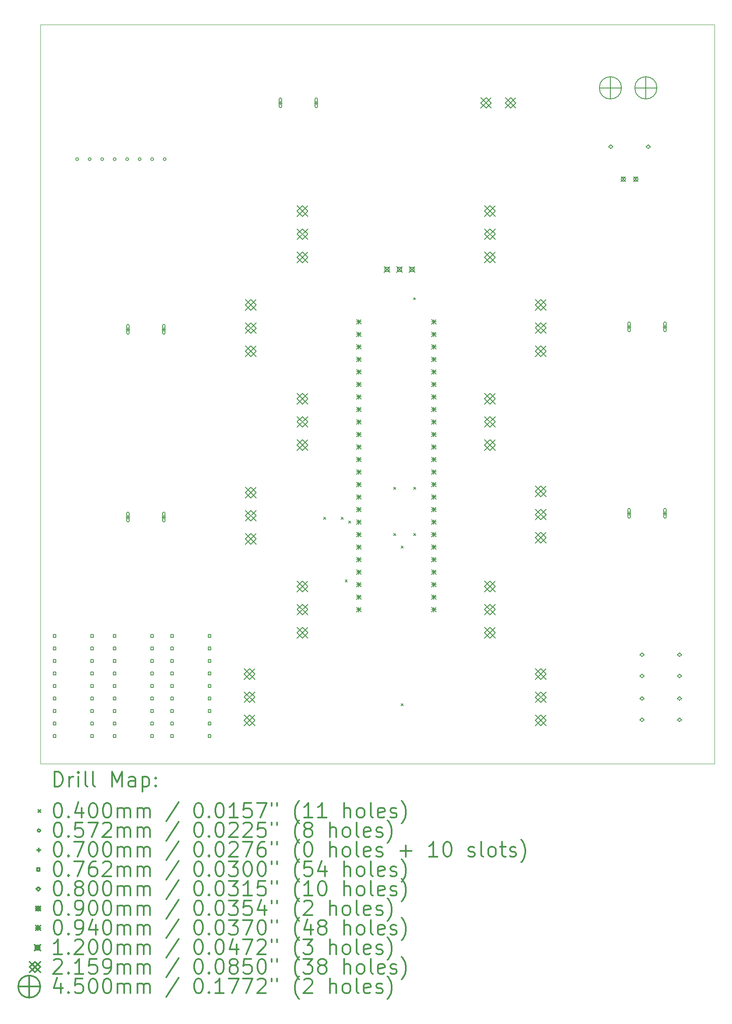
<source format=gbr>
%FSLAX45Y45*%
G04 Gerber Fmt 4.5, Leading zero omitted, Abs format (unit mm)*
G04 Created by KiCad (PCBNEW (5.1.10)-1) date 2022-01-22 23:21:01*
%MOMM*%
%LPD*%
G01*
G04 APERTURE LIST*
%TA.AperFunction,Profile*%
%ADD10C,0.050000*%
%TD*%
%ADD11C,0.200000*%
%ADD12C,0.300000*%
G04 APERTURE END LIST*
D10*
X16459200Y-3008600D02*
X16459200Y-18008600D01*
X2759200Y-3008600D02*
X16459200Y-3008600D01*
X2759200Y-18008600D02*
X2759200Y-3008600D01*
X16459200Y-18008600D02*
X2759200Y-18008600D01*
D11*
X8514400Y-13010200D02*
X8554400Y-13050200D01*
X8554400Y-13010200D02*
X8514400Y-13050200D01*
X8870000Y-13010200D02*
X8910000Y-13050200D01*
X8910000Y-13010200D02*
X8870000Y-13050200D01*
X8953600Y-14279735D02*
X8993600Y-14319735D01*
X8993600Y-14279735D02*
X8953600Y-14319735D01*
X9026100Y-13084733D02*
X9066100Y-13124733D01*
X9066100Y-13084733D02*
X9026100Y-13124733D01*
X9936800Y-12400600D02*
X9976800Y-12440600D01*
X9976800Y-12400600D02*
X9936800Y-12440600D01*
X9936800Y-13340400D02*
X9976800Y-13380400D01*
X9976800Y-13340400D02*
X9936800Y-13380400D01*
X10089200Y-13594400D02*
X10129200Y-13634400D01*
X10129200Y-13594400D02*
X10089200Y-13634400D01*
X10089200Y-16794800D02*
X10129200Y-16834800D01*
X10129200Y-16794800D02*
X10089200Y-16834800D01*
X10342500Y-8552500D02*
X10382500Y-8592500D01*
X10382500Y-8552500D02*
X10342500Y-8592500D01*
X10343200Y-12400600D02*
X10383200Y-12440600D01*
X10383200Y-12400600D02*
X10343200Y-12440600D01*
X10343200Y-13340400D02*
X10383200Y-13380400D01*
X10383200Y-13340400D02*
X10343200Y-13380400D01*
X3534975Y-5739600D02*
G75*
G03*
X3534975Y-5739600I-28575J0D01*
G01*
X3788975Y-5739600D02*
G75*
G03*
X3788975Y-5739600I-28575J0D01*
G01*
X4042975Y-5739600D02*
G75*
G03*
X4042975Y-5739600I-28575J0D01*
G01*
X4296975Y-5739600D02*
G75*
G03*
X4296975Y-5739600I-28575J0D01*
G01*
X4550975Y-5739600D02*
G75*
G03*
X4550975Y-5739600I-28575J0D01*
G01*
X4804975Y-5739600D02*
G75*
G03*
X4804975Y-5739600I-28575J0D01*
G01*
X5058975Y-5739600D02*
G75*
G03*
X5058975Y-5739600I-28575J0D01*
G01*
X5312975Y-5739600D02*
G75*
G03*
X5312975Y-5739600I-28575J0D01*
G01*
X4537200Y-9159800D02*
X4537200Y-9229800D01*
X4502200Y-9194800D02*
X4572200Y-9194800D01*
X4562200Y-9269800D02*
X4562200Y-9119800D01*
X4512200Y-9269800D02*
X4512200Y-9119800D01*
X4562200Y-9119800D02*
G75*
G03*
X4512200Y-9119800I-25000J0D01*
G01*
X4512200Y-9269800D02*
G75*
G03*
X4562200Y-9269800I25000J0D01*
G01*
X4537200Y-12969800D02*
X4537200Y-13039800D01*
X4502200Y-13004800D02*
X4572200Y-13004800D01*
X4562200Y-13079800D02*
X4562200Y-12929800D01*
X4512200Y-13079800D02*
X4512200Y-12929800D01*
X4562200Y-12929800D02*
G75*
G03*
X4512200Y-12929800I-25000J0D01*
G01*
X4512200Y-13079800D02*
G75*
G03*
X4562200Y-13079800I25000J0D01*
G01*
X5267200Y-9159800D02*
X5267200Y-9229800D01*
X5232200Y-9194800D02*
X5302200Y-9194800D01*
X5292200Y-9269800D02*
X5292200Y-9119800D01*
X5242200Y-9269800D02*
X5242200Y-9119800D01*
X5292200Y-9119800D02*
G75*
G03*
X5242200Y-9119800I-25000J0D01*
G01*
X5242200Y-9269800D02*
G75*
G03*
X5292200Y-9269800I25000J0D01*
G01*
X5267200Y-12969800D02*
X5267200Y-13039800D01*
X5232200Y-13004800D02*
X5302200Y-13004800D01*
X5292200Y-13079800D02*
X5292200Y-12929800D01*
X5242200Y-13079800D02*
X5242200Y-12929800D01*
X5292200Y-12929800D02*
G75*
G03*
X5242200Y-12929800I-25000J0D01*
G01*
X5242200Y-13079800D02*
G75*
G03*
X5292200Y-13079800I25000J0D01*
G01*
X7636000Y-4562400D02*
X7636000Y-4632400D01*
X7601000Y-4597400D02*
X7671000Y-4597400D01*
X7661000Y-4672400D02*
X7661000Y-4522400D01*
X7611000Y-4672400D02*
X7611000Y-4522400D01*
X7661000Y-4522400D02*
G75*
G03*
X7611000Y-4522400I-25000J0D01*
G01*
X7611000Y-4672400D02*
G75*
G03*
X7661000Y-4672400I25000J0D01*
G01*
X8366000Y-4562400D02*
X8366000Y-4632400D01*
X8331000Y-4597400D02*
X8401000Y-4597400D01*
X8391000Y-4672400D02*
X8391000Y-4522400D01*
X8341000Y-4672400D02*
X8341000Y-4522400D01*
X8391000Y-4522400D02*
G75*
G03*
X8341000Y-4522400I-25000J0D01*
G01*
X8341000Y-4672400D02*
G75*
G03*
X8391000Y-4672400I25000J0D01*
G01*
X14722600Y-9109000D02*
X14722600Y-9179000D01*
X14687600Y-9144000D02*
X14757600Y-9144000D01*
X14747600Y-9219000D02*
X14747600Y-9069000D01*
X14697600Y-9219000D02*
X14697600Y-9069000D01*
X14747600Y-9069000D02*
G75*
G03*
X14697600Y-9069000I-25000J0D01*
G01*
X14697600Y-9219000D02*
G75*
G03*
X14747600Y-9219000I25000J0D01*
G01*
X14722600Y-12893600D02*
X14722600Y-12963600D01*
X14687600Y-12928600D02*
X14757600Y-12928600D01*
X14747600Y-13003600D02*
X14747600Y-12853600D01*
X14697600Y-13003600D02*
X14697600Y-12853600D01*
X14747600Y-12853600D02*
G75*
G03*
X14697600Y-12853600I-25000J0D01*
G01*
X14697600Y-13003600D02*
G75*
G03*
X14747600Y-13003600I25000J0D01*
G01*
X15452600Y-9109000D02*
X15452600Y-9179000D01*
X15417600Y-9144000D02*
X15487600Y-9144000D01*
X15477600Y-9219000D02*
X15477600Y-9069000D01*
X15427600Y-9219000D02*
X15427600Y-9069000D01*
X15477600Y-9069000D02*
G75*
G03*
X15427600Y-9069000I-25000J0D01*
G01*
X15427600Y-9219000D02*
G75*
G03*
X15477600Y-9219000I25000J0D01*
G01*
X15452600Y-12893600D02*
X15452600Y-12963600D01*
X15417600Y-12928600D02*
X15487600Y-12928600D01*
X15477600Y-13003600D02*
X15477600Y-12853600D01*
X15427600Y-13003600D02*
X15427600Y-12853600D01*
X15477600Y-12853600D02*
G75*
G03*
X15427600Y-12853600I-25000J0D01*
G01*
X15427600Y-13003600D02*
G75*
G03*
X15477600Y-13003600I25000J0D01*
G01*
X3074941Y-15444741D02*
X3074941Y-15390859D01*
X3021059Y-15390859D01*
X3021059Y-15444741D01*
X3074941Y-15444741D01*
X3074941Y-15698741D02*
X3074941Y-15644859D01*
X3021059Y-15644859D01*
X3021059Y-15698741D01*
X3074941Y-15698741D01*
X3074941Y-15952741D02*
X3074941Y-15898859D01*
X3021059Y-15898859D01*
X3021059Y-15952741D01*
X3074941Y-15952741D01*
X3074941Y-16206741D02*
X3074941Y-16152859D01*
X3021059Y-16152859D01*
X3021059Y-16206741D01*
X3074941Y-16206741D01*
X3074941Y-16460741D02*
X3074941Y-16406859D01*
X3021059Y-16406859D01*
X3021059Y-16460741D01*
X3074941Y-16460741D01*
X3074941Y-16714741D02*
X3074941Y-16660859D01*
X3021059Y-16660859D01*
X3021059Y-16714741D01*
X3074941Y-16714741D01*
X3074941Y-16968741D02*
X3074941Y-16914859D01*
X3021059Y-16914859D01*
X3021059Y-16968741D01*
X3074941Y-16968741D01*
X3074941Y-17222741D02*
X3074941Y-17168859D01*
X3021059Y-17168859D01*
X3021059Y-17222741D01*
X3074941Y-17222741D01*
X3074941Y-17476741D02*
X3074941Y-17422859D01*
X3021059Y-17422859D01*
X3021059Y-17476741D01*
X3074941Y-17476741D01*
X3836941Y-15444741D02*
X3836941Y-15390859D01*
X3783059Y-15390859D01*
X3783059Y-15444741D01*
X3836941Y-15444741D01*
X3836941Y-15698741D02*
X3836941Y-15644859D01*
X3783059Y-15644859D01*
X3783059Y-15698741D01*
X3836941Y-15698741D01*
X3836941Y-15952741D02*
X3836941Y-15898859D01*
X3783059Y-15898859D01*
X3783059Y-15952741D01*
X3836941Y-15952741D01*
X3836941Y-16206741D02*
X3836941Y-16152859D01*
X3783059Y-16152859D01*
X3783059Y-16206741D01*
X3836941Y-16206741D01*
X3836941Y-16460741D02*
X3836941Y-16406859D01*
X3783059Y-16406859D01*
X3783059Y-16460741D01*
X3836941Y-16460741D01*
X3836941Y-16714741D02*
X3836941Y-16660859D01*
X3783059Y-16660859D01*
X3783059Y-16714741D01*
X3836941Y-16714741D01*
X3836941Y-16968741D02*
X3836941Y-16914859D01*
X3783059Y-16914859D01*
X3783059Y-16968741D01*
X3836941Y-16968741D01*
X3836941Y-17222741D02*
X3836941Y-17168859D01*
X3783059Y-17168859D01*
X3783059Y-17222741D01*
X3836941Y-17222741D01*
X3836941Y-17476741D02*
X3836941Y-17422859D01*
X3783059Y-17422859D01*
X3783059Y-17476741D01*
X3836941Y-17476741D01*
X4294141Y-15444741D02*
X4294141Y-15390859D01*
X4240259Y-15390859D01*
X4240259Y-15444741D01*
X4294141Y-15444741D01*
X4294141Y-15698741D02*
X4294141Y-15644859D01*
X4240259Y-15644859D01*
X4240259Y-15698741D01*
X4294141Y-15698741D01*
X4294141Y-15952741D02*
X4294141Y-15898859D01*
X4240259Y-15898859D01*
X4240259Y-15952741D01*
X4294141Y-15952741D01*
X4294141Y-16206741D02*
X4294141Y-16152859D01*
X4240259Y-16152859D01*
X4240259Y-16206741D01*
X4294141Y-16206741D01*
X4294141Y-16460741D02*
X4294141Y-16406859D01*
X4240259Y-16406859D01*
X4240259Y-16460741D01*
X4294141Y-16460741D01*
X4294141Y-16714741D02*
X4294141Y-16660859D01*
X4240259Y-16660859D01*
X4240259Y-16714741D01*
X4294141Y-16714741D01*
X4294141Y-16968741D02*
X4294141Y-16914859D01*
X4240259Y-16914859D01*
X4240259Y-16968741D01*
X4294141Y-16968741D01*
X4294141Y-17222741D02*
X4294141Y-17168859D01*
X4240259Y-17168859D01*
X4240259Y-17222741D01*
X4294141Y-17222741D01*
X4294141Y-17476741D02*
X4294141Y-17422859D01*
X4240259Y-17422859D01*
X4240259Y-17476741D01*
X4294141Y-17476741D01*
X5056141Y-15444741D02*
X5056141Y-15390859D01*
X5002259Y-15390859D01*
X5002259Y-15444741D01*
X5056141Y-15444741D01*
X5056141Y-15698741D02*
X5056141Y-15644859D01*
X5002259Y-15644859D01*
X5002259Y-15698741D01*
X5056141Y-15698741D01*
X5056141Y-15952741D02*
X5056141Y-15898859D01*
X5002259Y-15898859D01*
X5002259Y-15952741D01*
X5056141Y-15952741D01*
X5056141Y-16206741D02*
X5056141Y-16152859D01*
X5002259Y-16152859D01*
X5002259Y-16206741D01*
X5056141Y-16206741D01*
X5056141Y-16460741D02*
X5056141Y-16406859D01*
X5002259Y-16406859D01*
X5002259Y-16460741D01*
X5056141Y-16460741D01*
X5056141Y-16714741D02*
X5056141Y-16660859D01*
X5002259Y-16660859D01*
X5002259Y-16714741D01*
X5056141Y-16714741D01*
X5056141Y-16968741D02*
X5056141Y-16914859D01*
X5002259Y-16914859D01*
X5002259Y-16968741D01*
X5056141Y-16968741D01*
X5056141Y-17222741D02*
X5056141Y-17168859D01*
X5002259Y-17168859D01*
X5002259Y-17222741D01*
X5056141Y-17222741D01*
X5056141Y-17476741D02*
X5056141Y-17422859D01*
X5002259Y-17422859D01*
X5002259Y-17476741D01*
X5056141Y-17476741D01*
X5462541Y-15444741D02*
X5462541Y-15390859D01*
X5408659Y-15390859D01*
X5408659Y-15444741D01*
X5462541Y-15444741D01*
X5462541Y-15698741D02*
X5462541Y-15644859D01*
X5408659Y-15644859D01*
X5408659Y-15698741D01*
X5462541Y-15698741D01*
X5462541Y-15952741D02*
X5462541Y-15898859D01*
X5408659Y-15898859D01*
X5408659Y-15952741D01*
X5462541Y-15952741D01*
X5462541Y-16206741D02*
X5462541Y-16152859D01*
X5408659Y-16152859D01*
X5408659Y-16206741D01*
X5462541Y-16206741D01*
X5462541Y-16460741D02*
X5462541Y-16406859D01*
X5408659Y-16406859D01*
X5408659Y-16460741D01*
X5462541Y-16460741D01*
X5462541Y-16714741D02*
X5462541Y-16660859D01*
X5408659Y-16660859D01*
X5408659Y-16714741D01*
X5462541Y-16714741D01*
X5462541Y-16968741D02*
X5462541Y-16914859D01*
X5408659Y-16914859D01*
X5408659Y-16968741D01*
X5462541Y-16968741D01*
X5462541Y-17222741D02*
X5462541Y-17168859D01*
X5408659Y-17168859D01*
X5408659Y-17222741D01*
X5462541Y-17222741D01*
X5462541Y-17476741D02*
X5462541Y-17422859D01*
X5408659Y-17422859D01*
X5408659Y-17476741D01*
X5462541Y-17476741D01*
X6224541Y-15444741D02*
X6224541Y-15390859D01*
X6170659Y-15390859D01*
X6170659Y-15444741D01*
X6224541Y-15444741D01*
X6224541Y-15698741D02*
X6224541Y-15644859D01*
X6170659Y-15644859D01*
X6170659Y-15698741D01*
X6224541Y-15698741D01*
X6224541Y-15952741D02*
X6224541Y-15898859D01*
X6170659Y-15898859D01*
X6170659Y-15952741D01*
X6224541Y-15952741D01*
X6224541Y-16206741D02*
X6224541Y-16152859D01*
X6170659Y-16152859D01*
X6170659Y-16206741D01*
X6224541Y-16206741D01*
X6224541Y-16460741D02*
X6224541Y-16406859D01*
X6170659Y-16406859D01*
X6170659Y-16460741D01*
X6224541Y-16460741D01*
X6224541Y-16714741D02*
X6224541Y-16660859D01*
X6170659Y-16660859D01*
X6170659Y-16714741D01*
X6224541Y-16714741D01*
X6224541Y-16968741D02*
X6224541Y-16914859D01*
X6170659Y-16914859D01*
X6170659Y-16968741D01*
X6224541Y-16968741D01*
X6224541Y-17222741D02*
X6224541Y-17168859D01*
X6170659Y-17168859D01*
X6170659Y-17222741D01*
X6224541Y-17222741D01*
X6224541Y-17476741D02*
X6224541Y-17422859D01*
X6170659Y-17422859D01*
X6170659Y-17476741D01*
X6224541Y-17476741D01*
X14351000Y-5526400D02*
X14391000Y-5486400D01*
X14351000Y-5446400D01*
X14311000Y-5486400D01*
X14351000Y-5526400D01*
X14986000Y-15838800D02*
X15026000Y-15798800D01*
X14986000Y-15758800D01*
X14946000Y-15798800D01*
X14986000Y-15838800D01*
X14986000Y-16270600D02*
X15026000Y-16230600D01*
X14986000Y-16190600D01*
X14946000Y-16230600D01*
X14986000Y-16270600D01*
X14986000Y-16727800D02*
X15026000Y-16687800D01*
X14986000Y-16647800D01*
X14946000Y-16687800D01*
X14986000Y-16727800D01*
X14986000Y-17159600D02*
X15026000Y-17119600D01*
X14986000Y-17079600D01*
X14946000Y-17119600D01*
X14986000Y-17159600D01*
X15113000Y-5526400D02*
X15153000Y-5486400D01*
X15113000Y-5446400D01*
X15073000Y-5486400D01*
X15113000Y-5526400D01*
X15748000Y-15838800D02*
X15788000Y-15798800D01*
X15748000Y-15758800D01*
X15708000Y-15798800D01*
X15748000Y-15838800D01*
X15748000Y-16270600D02*
X15788000Y-16230600D01*
X15748000Y-16190600D01*
X15708000Y-16230600D01*
X15748000Y-16270600D01*
X15748000Y-16727800D02*
X15788000Y-16687800D01*
X15748000Y-16647800D01*
X15708000Y-16687800D01*
X15748000Y-16727800D01*
X15748000Y-17159600D02*
X15788000Y-17119600D01*
X15748000Y-17079600D01*
X15708000Y-17119600D01*
X15748000Y-17159600D01*
X14560000Y-6101800D02*
X14650000Y-6191800D01*
X14650000Y-6101800D02*
X14560000Y-6191800D01*
X14650000Y-6146800D02*
G75*
G03*
X14650000Y-6146800I-45000J0D01*
G01*
X14814000Y-6101800D02*
X14904000Y-6191800D01*
X14904000Y-6101800D02*
X14814000Y-6191800D01*
X14904000Y-6146800D02*
G75*
G03*
X14904000Y-6146800I-45000J0D01*
G01*
X9181510Y-8993910D02*
X9275490Y-9087890D01*
X9275490Y-8993910D02*
X9181510Y-9087890D01*
X9228500Y-8993910D02*
X9228500Y-9087890D01*
X9181510Y-9040900D02*
X9275490Y-9040900D01*
X9181510Y-9247910D02*
X9275490Y-9341890D01*
X9275490Y-9247910D02*
X9181510Y-9341890D01*
X9228500Y-9247910D02*
X9228500Y-9341890D01*
X9181510Y-9294900D02*
X9275490Y-9294900D01*
X9181510Y-9501910D02*
X9275490Y-9595890D01*
X9275490Y-9501910D02*
X9181510Y-9595890D01*
X9228500Y-9501910D02*
X9228500Y-9595890D01*
X9181510Y-9548900D02*
X9275490Y-9548900D01*
X9181510Y-9755910D02*
X9275490Y-9849890D01*
X9275490Y-9755910D02*
X9181510Y-9849890D01*
X9228500Y-9755910D02*
X9228500Y-9849890D01*
X9181510Y-9802900D02*
X9275490Y-9802900D01*
X9181510Y-10009910D02*
X9275490Y-10103890D01*
X9275490Y-10009910D02*
X9181510Y-10103890D01*
X9228500Y-10009910D02*
X9228500Y-10103890D01*
X9181510Y-10056900D02*
X9275490Y-10056900D01*
X9181510Y-10263910D02*
X9275490Y-10357890D01*
X9275490Y-10263910D02*
X9181510Y-10357890D01*
X9228500Y-10263910D02*
X9228500Y-10357890D01*
X9181510Y-10310900D02*
X9275490Y-10310900D01*
X9181510Y-10517910D02*
X9275490Y-10611890D01*
X9275490Y-10517910D02*
X9181510Y-10611890D01*
X9228500Y-10517910D02*
X9228500Y-10611890D01*
X9181510Y-10564900D02*
X9275490Y-10564900D01*
X9181510Y-10771910D02*
X9275490Y-10865890D01*
X9275490Y-10771910D02*
X9181510Y-10865890D01*
X9228500Y-10771910D02*
X9228500Y-10865890D01*
X9181510Y-10818900D02*
X9275490Y-10818900D01*
X9181510Y-11025910D02*
X9275490Y-11119890D01*
X9275490Y-11025910D02*
X9181510Y-11119890D01*
X9228500Y-11025910D02*
X9228500Y-11119890D01*
X9181510Y-11072900D02*
X9275490Y-11072900D01*
X9181510Y-11279910D02*
X9275490Y-11373890D01*
X9275490Y-11279910D02*
X9181510Y-11373890D01*
X9228500Y-11279910D02*
X9228500Y-11373890D01*
X9181510Y-11326900D02*
X9275490Y-11326900D01*
X9181510Y-11533910D02*
X9275490Y-11627890D01*
X9275490Y-11533910D02*
X9181510Y-11627890D01*
X9228500Y-11533910D02*
X9228500Y-11627890D01*
X9181510Y-11580900D02*
X9275490Y-11580900D01*
X9181510Y-11787910D02*
X9275490Y-11881890D01*
X9275490Y-11787910D02*
X9181510Y-11881890D01*
X9228500Y-11787910D02*
X9228500Y-11881890D01*
X9181510Y-11834900D02*
X9275490Y-11834900D01*
X9181510Y-12041910D02*
X9275490Y-12135890D01*
X9275490Y-12041910D02*
X9181510Y-12135890D01*
X9228500Y-12041910D02*
X9228500Y-12135890D01*
X9181510Y-12088900D02*
X9275490Y-12088900D01*
X9181510Y-12295910D02*
X9275490Y-12389890D01*
X9275490Y-12295910D02*
X9181510Y-12389890D01*
X9228500Y-12295910D02*
X9228500Y-12389890D01*
X9181510Y-12342900D02*
X9275490Y-12342900D01*
X9181510Y-12549910D02*
X9275490Y-12643890D01*
X9275490Y-12549910D02*
X9181510Y-12643890D01*
X9228500Y-12549910D02*
X9228500Y-12643890D01*
X9181510Y-12596900D02*
X9275490Y-12596900D01*
X9181510Y-12803910D02*
X9275490Y-12897890D01*
X9275490Y-12803910D02*
X9181510Y-12897890D01*
X9228500Y-12803910D02*
X9228500Y-12897890D01*
X9181510Y-12850900D02*
X9275490Y-12850900D01*
X9181510Y-13057910D02*
X9275490Y-13151890D01*
X9275490Y-13057910D02*
X9181510Y-13151890D01*
X9228500Y-13057910D02*
X9228500Y-13151890D01*
X9181510Y-13104900D02*
X9275490Y-13104900D01*
X9181510Y-13311910D02*
X9275490Y-13405890D01*
X9275490Y-13311910D02*
X9181510Y-13405890D01*
X9228500Y-13311910D02*
X9228500Y-13405890D01*
X9181510Y-13358900D02*
X9275490Y-13358900D01*
X9181510Y-13565910D02*
X9275490Y-13659890D01*
X9275490Y-13565910D02*
X9181510Y-13659890D01*
X9228500Y-13565910D02*
X9228500Y-13659890D01*
X9181510Y-13612900D02*
X9275490Y-13612900D01*
X9181510Y-13819910D02*
X9275490Y-13913890D01*
X9275490Y-13819910D02*
X9181510Y-13913890D01*
X9228500Y-13819910D02*
X9228500Y-13913890D01*
X9181510Y-13866900D02*
X9275490Y-13866900D01*
X9181510Y-14073910D02*
X9275490Y-14167890D01*
X9275490Y-14073910D02*
X9181510Y-14167890D01*
X9228500Y-14073910D02*
X9228500Y-14167890D01*
X9181510Y-14120900D02*
X9275490Y-14120900D01*
X9181510Y-14327910D02*
X9275490Y-14421890D01*
X9275490Y-14327910D02*
X9181510Y-14421890D01*
X9228500Y-14327910D02*
X9228500Y-14421890D01*
X9181510Y-14374900D02*
X9275490Y-14374900D01*
X9181510Y-14581910D02*
X9275490Y-14675890D01*
X9275490Y-14581910D02*
X9181510Y-14675890D01*
X9228500Y-14581910D02*
X9228500Y-14675890D01*
X9181510Y-14628900D02*
X9275490Y-14628900D01*
X9181510Y-14835910D02*
X9275490Y-14929890D01*
X9275490Y-14835910D02*
X9181510Y-14929890D01*
X9228500Y-14835910D02*
X9228500Y-14929890D01*
X9181510Y-14882900D02*
X9275490Y-14882900D01*
X10705510Y-8993910D02*
X10799490Y-9087890D01*
X10799490Y-8993910D02*
X10705510Y-9087890D01*
X10752500Y-8993910D02*
X10752500Y-9087890D01*
X10705510Y-9040900D02*
X10799490Y-9040900D01*
X10705510Y-9247910D02*
X10799490Y-9341890D01*
X10799490Y-9247910D02*
X10705510Y-9341890D01*
X10752500Y-9247910D02*
X10752500Y-9341890D01*
X10705510Y-9294900D02*
X10799490Y-9294900D01*
X10705510Y-9501910D02*
X10799490Y-9595890D01*
X10799490Y-9501910D02*
X10705510Y-9595890D01*
X10752500Y-9501910D02*
X10752500Y-9595890D01*
X10705510Y-9548900D02*
X10799490Y-9548900D01*
X10705510Y-9755910D02*
X10799490Y-9849890D01*
X10799490Y-9755910D02*
X10705510Y-9849890D01*
X10752500Y-9755910D02*
X10752500Y-9849890D01*
X10705510Y-9802900D02*
X10799490Y-9802900D01*
X10705510Y-10009910D02*
X10799490Y-10103890D01*
X10799490Y-10009910D02*
X10705510Y-10103890D01*
X10752500Y-10009910D02*
X10752500Y-10103890D01*
X10705510Y-10056900D02*
X10799490Y-10056900D01*
X10705510Y-10263910D02*
X10799490Y-10357890D01*
X10799490Y-10263910D02*
X10705510Y-10357890D01*
X10752500Y-10263910D02*
X10752500Y-10357890D01*
X10705510Y-10310900D02*
X10799490Y-10310900D01*
X10705510Y-10517910D02*
X10799490Y-10611890D01*
X10799490Y-10517910D02*
X10705510Y-10611890D01*
X10752500Y-10517910D02*
X10752500Y-10611890D01*
X10705510Y-10564900D02*
X10799490Y-10564900D01*
X10705510Y-10771910D02*
X10799490Y-10865890D01*
X10799490Y-10771910D02*
X10705510Y-10865890D01*
X10752500Y-10771910D02*
X10752500Y-10865890D01*
X10705510Y-10818900D02*
X10799490Y-10818900D01*
X10705510Y-11025910D02*
X10799490Y-11119890D01*
X10799490Y-11025910D02*
X10705510Y-11119890D01*
X10752500Y-11025910D02*
X10752500Y-11119890D01*
X10705510Y-11072900D02*
X10799490Y-11072900D01*
X10705510Y-11279910D02*
X10799490Y-11373890D01*
X10799490Y-11279910D02*
X10705510Y-11373890D01*
X10752500Y-11279910D02*
X10752500Y-11373890D01*
X10705510Y-11326900D02*
X10799490Y-11326900D01*
X10705510Y-11533910D02*
X10799490Y-11627890D01*
X10799490Y-11533910D02*
X10705510Y-11627890D01*
X10752500Y-11533910D02*
X10752500Y-11627890D01*
X10705510Y-11580900D02*
X10799490Y-11580900D01*
X10705510Y-11787910D02*
X10799490Y-11881890D01*
X10799490Y-11787910D02*
X10705510Y-11881890D01*
X10752500Y-11787910D02*
X10752500Y-11881890D01*
X10705510Y-11834900D02*
X10799490Y-11834900D01*
X10705510Y-12041910D02*
X10799490Y-12135890D01*
X10799490Y-12041910D02*
X10705510Y-12135890D01*
X10752500Y-12041910D02*
X10752500Y-12135890D01*
X10705510Y-12088900D02*
X10799490Y-12088900D01*
X10705510Y-12295910D02*
X10799490Y-12389890D01*
X10799490Y-12295910D02*
X10705510Y-12389890D01*
X10752500Y-12295910D02*
X10752500Y-12389890D01*
X10705510Y-12342900D02*
X10799490Y-12342900D01*
X10705510Y-12549910D02*
X10799490Y-12643890D01*
X10799490Y-12549910D02*
X10705510Y-12643890D01*
X10752500Y-12549910D02*
X10752500Y-12643890D01*
X10705510Y-12596900D02*
X10799490Y-12596900D01*
X10705510Y-12803910D02*
X10799490Y-12897890D01*
X10799490Y-12803910D02*
X10705510Y-12897890D01*
X10752500Y-12803910D02*
X10752500Y-12897890D01*
X10705510Y-12850900D02*
X10799490Y-12850900D01*
X10705510Y-13057910D02*
X10799490Y-13151890D01*
X10799490Y-13057910D02*
X10705510Y-13151890D01*
X10752500Y-13057910D02*
X10752500Y-13151890D01*
X10705510Y-13104900D02*
X10799490Y-13104900D01*
X10705510Y-13311910D02*
X10799490Y-13405890D01*
X10799490Y-13311910D02*
X10705510Y-13405890D01*
X10752500Y-13311910D02*
X10752500Y-13405890D01*
X10705510Y-13358900D02*
X10799490Y-13358900D01*
X10705510Y-13565910D02*
X10799490Y-13659890D01*
X10799490Y-13565910D02*
X10705510Y-13659890D01*
X10752500Y-13565910D02*
X10752500Y-13659890D01*
X10705510Y-13612900D02*
X10799490Y-13612900D01*
X10705510Y-13819910D02*
X10799490Y-13913890D01*
X10799490Y-13819910D02*
X10705510Y-13913890D01*
X10752500Y-13819910D02*
X10752500Y-13913890D01*
X10705510Y-13866900D02*
X10799490Y-13866900D01*
X10705510Y-14073910D02*
X10799490Y-14167890D01*
X10799490Y-14073910D02*
X10705510Y-14167890D01*
X10752500Y-14073910D02*
X10752500Y-14167890D01*
X10705510Y-14120900D02*
X10799490Y-14120900D01*
X10705510Y-14327910D02*
X10799490Y-14421890D01*
X10799490Y-14327910D02*
X10705510Y-14421890D01*
X10752500Y-14327910D02*
X10752500Y-14421890D01*
X10705510Y-14374900D02*
X10799490Y-14374900D01*
X10705510Y-14581910D02*
X10799490Y-14675890D01*
X10799490Y-14581910D02*
X10705510Y-14675890D01*
X10752500Y-14581910D02*
X10752500Y-14675890D01*
X10705510Y-14628900D02*
X10799490Y-14628900D01*
X10705510Y-14835910D02*
X10799490Y-14929890D01*
X10799490Y-14835910D02*
X10705510Y-14929890D01*
X10752500Y-14835910D02*
X10752500Y-14929890D01*
X10705510Y-14882900D02*
X10799490Y-14882900D01*
X9744400Y-7915600D02*
X9864400Y-8035600D01*
X9864400Y-7915600D02*
X9744400Y-8035600D01*
X9846827Y-8018027D02*
X9846827Y-7933173D01*
X9761973Y-7933173D01*
X9761973Y-8018027D01*
X9846827Y-8018027D01*
X9998400Y-7915600D02*
X10118400Y-8035600D01*
X10118400Y-7915600D02*
X9998400Y-8035600D01*
X10100827Y-8018027D02*
X10100827Y-7933173D01*
X10015973Y-7933173D01*
X10015973Y-8018027D01*
X10100827Y-8018027D01*
X10252400Y-7915600D02*
X10372400Y-8035600D01*
X10372400Y-7915600D02*
X10252400Y-8035600D01*
X10354827Y-8018027D02*
X10354827Y-7933173D01*
X10269973Y-7933173D01*
X10269973Y-8018027D01*
X10354827Y-8018027D01*
X6902450Y-16083050D02*
X7118350Y-16298950D01*
X7118350Y-16083050D02*
X6902450Y-16298950D01*
X7010400Y-16298950D02*
X7118350Y-16191000D01*
X7010400Y-16083050D01*
X6902450Y-16191000D01*
X7010400Y-16298950D01*
X6902450Y-16552950D02*
X7118350Y-16768850D01*
X7118350Y-16552950D02*
X6902450Y-16768850D01*
X7010400Y-16768850D02*
X7118350Y-16660900D01*
X7010400Y-16552950D01*
X6902450Y-16660900D01*
X7010400Y-16768850D01*
X6902450Y-17022850D02*
X7118350Y-17238750D01*
X7118350Y-17022850D02*
X6902450Y-17238750D01*
X7010400Y-17238750D02*
X7118350Y-17130800D01*
X7010400Y-17022850D01*
X6902450Y-17130800D01*
X7010400Y-17238750D01*
X6927850Y-8591550D02*
X7143750Y-8807450D01*
X7143750Y-8591550D02*
X6927850Y-8807450D01*
X7035800Y-8807450D02*
X7143750Y-8699500D01*
X7035800Y-8591550D01*
X6927850Y-8699500D01*
X7035800Y-8807450D01*
X6927850Y-9061450D02*
X7143750Y-9277350D01*
X7143750Y-9061450D02*
X6927850Y-9277350D01*
X7035800Y-9277350D02*
X7143750Y-9169400D01*
X7035800Y-9061450D01*
X6927850Y-9169400D01*
X7035800Y-9277350D01*
X6927850Y-9531350D02*
X7143750Y-9747250D01*
X7143750Y-9531350D02*
X6927850Y-9747250D01*
X7035800Y-9747250D02*
X7143750Y-9639300D01*
X7035800Y-9531350D01*
X6927850Y-9639300D01*
X7035800Y-9747250D01*
X6927850Y-12400050D02*
X7143750Y-12615950D01*
X7143750Y-12400050D02*
X6927850Y-12615950D01*
X7035800Y-12615950D02*
X7143750Y-12508000D01*
X7035800Y-12400050D01*
X6927850Y-12508000D01*
X7035800Y-12615950D01*
X6927850Y-12869950D02*
X7143750Y-13085850D01*
X7143750Y-12869950D02*
X6927850Y-13085850D01*
X7035800Y-13085850D02*
X7143750Y-12977900D01*
X7035800Y-12869950D01*
X6927850Y-12977900D01*
X7035800Y-13085850D01*
X6927850Y-13339850D02*
X7143750Y-13555750D01*
X7143750Y-13339850D02*
X6927850Y-13555750D01*
X7035800Y-13555750D02*
X7143750Y-13447800D01*
X7035800Y-13339850D01*
X6927850Y-13447800D01*
X7035800Y-13555750D01*
X7977550Y-6685050D02*
X8193450Y-6900950D01*
X8193450Y-6685050D02*
X7977550Y-6900950D01*
X8085500Y-6900950D02*
X8193450Y-6793000D01*
X8085500Y-6685050D01*
X7977550Y-6793000D01*
X8085500Y-6900950D01*
X7977550Y-7154950D02*
X8193450Y-7370850D01*
X8193450Y-7154950D02*
X7977550Y-7370850D01*
X8085500Y-7370850D02*
X8193450Y-7262900D01*
X8085500Y-7154950D01*
X7977550Y-7262900D01*
X8085500Y-7370850D01*
X7977550Y-7624850D02*
X8193450Y-7840750D01*
X8193450Y-7624850D02*
X7977550Y-7840750D01*
X8085500Y-7840750D02*
X8193450Y-7732800D01*
X8085500Y-7624850D01*
X7977550Y-7732800D01*
X8085500Y-7840750D01*
X7977550Y-10495050D02*
X8193450Y-10710950D01*
X8193450Y-10495050D02*
X7977550Y-10710950D01*
X8085500Y-10710950D02*
X8193450Y-10603000D01*
X8085500Y-10495050D01*
X7977550Y-10603000D01*
X8085500Y-10710950D01*
X7977550Y-10964950D02*
X8193450Y-11180850D01*
X8193450Y-10964950D02*
X7977550Y-11180850D01*
X8085500Y-11180850D02*
X8193450Y-11072900D01*
X8085500Y-10964950D01*
X7977550Y-11072900D01*
X8085500Y-11180850D01*
X7977550Y-11434850D02*
X8193450Y-11650750D01*
X8193450Y-11434850D02*
X7977550Y-11650750D01*
X8085500Y-11650750D02*
X8193450Y-11542800D01*
X8085500Y-11434850D01*
X7977550Y-11542800D01*
X8085500Y-11650750D01*
X7977550Y-14305050D02*
X8193450Y-14520950D01*
X8193450Y-14305050D02*
X7977550Y-14520950D01*
X8085500Y-14520950D02*
X8193450Y-14413000D01*
X8085500Y-14305050D01*
X7977550Y-14413000D01*
X8085500Y-14520950D01*
X7977550Y-14774950D02*
X8193450Y-14990850D01*
X8193450Y-14774950D02*
X7977550Y-14990850D01*
X8085500Y-14990850D02*
X8193450Y-14882900D01*
X8085500Y-14774950D01*
X7977550Y-14882900D01*
X8085500Y-14990850D01*
X7977550Y-15244850D02*
X8193450Y-15460750D01*
X8193450Y-15244850D02*
X7977550Y-15460750D01*
X8085500Y-15460750D02*
X8193450Y-15352800D01*
X8085500Y-15244850D01*
X7977550Y-15352800D01*
X8085500Y-15460750D01*
X11707050Y-4489450D02*
X11922950Y-4705350D01*
X11922950Y-4489450D02*
X11707050Y-4705350D01*
X11815000Y-4705350D02*
X11922950Y-4597400D01*
X11815000Y-4489450D01*
X11707050Y-4597400D01*
X11815000Y-4705350D01*
X11787550Y-6685050D02*
X12003450Y-6900950D01*
X12003450Y-6685050D02*
X11787550Y-6900950D01*
X11895500Y-6900950D02*
X12003450Y-6793000D01*
X11895500Y-6685050D01*
X11787550Y-6793000D01*
X11895500Y-6900950D01*
X11787550Y-7154950D02*
X12003450Y-7370850D01*
X12003450Y-7154950D02*
X11787550Y-7370850D01*
X11895500Y-7370850D02*
X12003450Y-7262900D01*
X11895500Y-7154950D01*
X11787550Y-7262900D01*
X11895500Y-7370850D01*
X11787550Y-7624850D02*
X12003450Y-7840750D01*
X12003450Y-7624850D02*
X11787550Y-7840750D01*
X11895500Y-7840750D02*
X12003450Y-7732800D01*
X11895500Y-7624850D01*
X11787550Y-7732800D01*
X11895500Y-7840750D01*
X11787550Y-10495050D02*
X12003450Y-10710950D01*
X12003450Y-10495050D02*
X11787550Y-10710950D01*
X11895500Y-10710950D02*
X12003450Y-10603000D01*
X11895500Y-10495050D01*
X11787550Y-10603000D01*
X11895500Y-10710950D01*
X11787550Y-10964950D02*
X12003450Y-11180850D01*
X12003450Y-10964950D02*
X11787550Y-11180850D01*
X11895500Y-11180850D02*
X12003450Y-11072900D01*
X11895500Y-10964950D01*
X11787550Y-11072900D01*
X11895500Y-11180850D01*
X11787550Y-11434850D02*
X12003450Y-11650750D01*
X12003450Y-11434850D02*
X11787550Y-11650750D01*
X11895500Y-11650750D02*
X12003450Y-11542800D01*
X11895500Y-11434850D01*
X11787550Y-11542800D01*
X11895500Y-11650750D01*
X11787550Y-14305050D02*
X12003450Y-14520950D01*
X12003450Y-14305050D02*
X11787550Y-14520950D01*
X11895500Y-14520950D02*
X12003450Y-14413000D01*
X11895500Y-14305050D01*
X11787550Y-14413000D01*
X11895500Y-14520950D01*
X11787550Y-14774950D02*
X12003450Y-14990850D01*
X12003450Y-14774950D02*
X11787550Y-14990850D01*
X11895500Y-14990850D02*
X12003450Y-14882900D01*
X11895500Y-14774950D01*
X11787550Y-14882900D01*
X11895500Y-14990850D01*
X11787550Y-15244850D02*
X12003450Y-15460750D01*
X12003450Y-15244850D02*
X11787550Y-15460750D01*
X11895500Y-15460750D02*
X12003450Y-15352800D01*
X11895500Y-15244850D01*
X11787550Y-15352800D01*
X11895500Y-15460750D01*
X12207050Y-4489450D02*
X12422950Y-4705350D01*
X12422950Y-4489450D02*
X12207050Y-4705350D01*
X12315000Y-4705350D02*
X12422950Y-4597400D01*
X12315000Y-4489450D01*
X12207050Y-4597400D01*
X12315000Y-4705350D01*
X12820650Y-8590050D02*
X13036550Y-8805950D01*
X13036550Y-8590050D02*
X12820650Y-8805950D01*
X12928600Y-8805950D02*
X13036550Y-8698000D01*
X12928600Y-8590050D01*
X12820650Y-8698000D01*
X12928600Y-8805950D01*
X12820650Y-9059950D02*
X13036550Y-9275850D01*
X13036550Y-9059950D02*
X12820650Y-9275850D01*
X12928600Y-9275850D02*
X13036550Y-9167900D01*
X12928600Y-9059950D01*
X12820650Y-9167900D01*
X12928600Y-9275850D01*
X12820650Y-9529850D02*
X13036550Y-9745750D01*
X13036550Y-9529850D02*
X12820650Y-9745750D01*
X12928600Y-9745750D02*
X13036550Y-9637800D01*
X12928600Y-9529850D01*
X12820650Y-9637800D01*
X12928600Y-9745750D01*
X12820650Y-12376150D02*
X13036550Y-12592050D01*
X13036550Y-12376150D02*
X12820650Y-12592050D01*
X12928600Y-12592050D02*
X13036550Y-12484100D01*
X12928600Y-12376150D01*
X12820650Y-12484100D01*
X12928600Y-12592050D01*
X12820650Y-12846050D02*
X13036550Y-13061950D01*
X13036550Y-12846050D02*
X12820650Y-13061950D01*
X12928600Y-13061950D02*
X13036550Y-12954000D01*
X12928600Y-12846050D01*
X12820650Y-12954000D01*
X12928600Y-13061950D01*
X12820650Y-13315950D02*
X13036550Y-13531850D01*
X13036550Y-13315950D02*
X12820650Y-13531850D01*
X12928600Y-13531850D02*
X13036550Y-13423900D01*
X12928600Y-13315950D01*
X12820650Y-13423900D01*
X12928600Y-13531850D01*
X12820650Y-16084550D02*
X13036550Y-16300450D01*
X13036550Y-16084550D02*
X12820650Y-16300450D01*
X12928600Y-16300450D02*
X13036550Y-16192500D01*
X12928600Y-16084550D01*
X12820650Y-16192500D01*
X12928600Y-16300450D01*
X12820650Y-16554450D02*
X13036550Y-16770350D01*
X13036550Y-16554450D02*
X12820650Y-16770350D01*
X12928600Y-16770350D02*
X13036550Y-16662400D01*
X12928600Y-16554450D01*
X12820650Y-16662400D01*
X12928600Y-16770350D01*
X12820650Y-17024350D02*
X13036550Y-17240250D01*
X13036550Y-17024350D02*
X12820650Y-17240250D01*
X12928600Y-17240250D02*
X13036550Y-17132300D01*
X12928600Y-17024350D01*
X12820650Y-17132300D01*
X12928600Y-17240250D01*
X14342200Y-4067600D02*
X14342200Y-4517600D01*
X14117200Y-4292600D02*
X14567200Y-4292600D01*
X14567200Y-4292600D02*
G75*
G03*
X14567200Y-4292600I-225000J0D01*
G01*
X15062200Y-4067600D02*
X15062200Y-4517600D01*
X14837200Y-4292600D02*
X15287200Y-4292600D01*
X15287200Y-4292600D02*
G75*
G03*
X15287200Y-4292600I-225000J0D01*
G01*
D12*
X3043128Y-18476814D02*
X3043128Y-18176814D01*
X3114557Y-18176814D01*
X3157414Y-18191100D01*
X3185986Y-18219672D01*
X3200271Y-18248243D01*
X3214557Y-18305386D01*
X3214557Y-18348243D01*
X3200271Y-18405386D01*
X3185986Y-18433957D01*
X3157414Y-18462529D01*
X3114557Y-18476814D01*
X3043128Y-18476814D01*
X3343128Y-18476814D02*
X3343128Y-18276814D01*
X3343128Y-18333957D02*
X3357414Y-18305386D01*
X3371700Y-18291100D01*
X3400271Y-18276814D01*
X3428843Y-18276814D01*
X3528843Y-18476814D02*
X3528843Y-18276814D01*
X3528843Y-18176814D02*
X3514557Y-18191100D01*
X3528843Y-18205386D01*
X3543128Y-18191100D01*
X3528843Y-18176814D01*
X3528843Y-18205386D01*
X3714557Y-18476814D02*
X3685986Y-18462529D01*
X3671700Y-18433957D01*
X3671700Y-18176814D01*
X3871700Y-18476814D02*
X3843128Y-18462529D01*
X3828843Y-18433957D01*
X3828843Y-18176814D01*
X4214557Y-18476814D02*
X4214557Y-18176814D01*
X4314557Y-18391100D01*
X4414557Y-18176814D01*
X4414557Y-18476814D01*
X4685986Y-18476814D02*
X4685986Y-18319672D01*
X4671700Y-18291100D01*
X4643128Y-18276814D01*
X4585986Y-18276814D01*
X4557414Y-18291100D01*
X4685986Y-18462529D02*
X4657414Y-18476814D01*
X4585986Y-18476814D01*
X4557414Y-18462529D01*
X4543128Y-18433957D01*
X4543128Y-18405386D01*
X4557414Y-18376814D01*
X4585986Y-18362529D01*
X4657414Y-18362529D01*
X4685986Y-18348243D01*
X4828843Y-18276814D02*
X4828843Y-18576814D01*
X4828843Y-18291100D02*
X4857414Y-18276814D01*
X4914557Y-18276814D01*
X4943128Y-18291100D01*
X4957414Y-18305386D01*
X4971700Y-18333957D01*
X4971700Y-18419672D01*
X4957414Y-18448243D01*
X4943128Y-18462529D01*
X4914557Y-18476814D01*
X4857414Y-18476814D01*
X4828843Y-18462529D01*
X5100271Y-18448243D02*
X5114557Y-18462529D01*
X5100271Y-18476814D01*
X5085986Y-18462529D01*
X5100271Y-18448243D01*
X5100271Y-18476814D01*
X5100271Y-18291100D02*
X5114557Y-18305386D01*
X5100271Y-18319672D01*
X5085986Y-18305386D01*
X5100271Y-18291100D01*
X5100271Y-18319672D01*
X2716700Y-18951100D02*
X2756700Y-18991100D01*
X2756700Y-18951100D02*
X2716700Y-18991100D01*
X3100271Y-18806814D02*
X3128843Y-18806814D01*
X3157414Y-18821100D01*
X3171700Y-18835386D01*
X3185986Y-18863957D01*
X3200271Y-18921100D01*
X3200271Y-18992529D01*
X3185986Y-19049672D01*
X3171700Y-19078243D01*
X3157414Y-19092529D01*
X3128843Y-19106814D01*
X3100271Y-19106814D01*
X3071700Y-19092529D01*
X3057414Y-19078243D01*
X3043128Y-19049672D01*
X3028843Y-18992529D01*
X3028843Y-18921100D01*
X3043128Y-18863957D01*
X3057414Y-18835386D01*
X3071700Y-18821100D01*
X3100271Y-18806814D01*
X3328843Y-19078243D02*
X3343128Y-19092529D01*
X3328843Y-19106814D01*
X3314557Y-19092529D01*
X3328843Y-19078243D01*
X3328843Y-19106814D01*
X3600271Y-18906814D02*
X3600271Y-19106814D01*
X3528843Y-18792529D02*
X3457414Y-19006814D01*
X3643128Y-19006814D01*
X3814557Y-18806814D02*
X3843128Y-18806814D01*
X3871700Y-18821100D01*
X3885986Y-18835386D01*
X3900271Y-18863957D01*
X3914557Y-18921100D01*
X3914557Y-18992529D01*
X3900271Y-19049672D01*
X3885986Y-19078243D01*
X3871700Y-19092529D01*
X3843128Y-19106814D01*
X3814557Y-19106814D01*
X3785986Y-19092529D01*
X3771700Y-19078243D01*
X3757414Y-19049672D01*
X3743128Y-18992529D01*
X3743128Y-18921100D01*
X3757414Y-18863957D01*
X3771700Y-18835386D01*
X3785986Y-18821100D01*
X3814557Y-18806814D01*
X4100271Y-18806814D02*
X4128843Y-18806814D01*
X4157414Y-18821100D01*
X4171700Y-18835386D01*
X4185986Y-18863957D01*
X4200271Y-18921100D01*
X4200271Y-18992529D01*
X4185986Y-19049672D01*
X4171700Y-19078243D01*
X4157414Y-19092529D01*
X4128843Y-19106814D01*
X4100271Y-19106814D01*
X4071700Y-19092529D01*
X4057414Y-19078243D01*
X4043128Y-19049672D01*
X4028843Y-18992529D01*
X4028843Y-18921100D01*
X4043128Y-18863957D01*
X4057414Y-18835386D01*
X4071700Y-18821100D01*
X4100271Y-18806814D01*
X4328843Y-19106814D02*
X4328843Y-18906814D01*
X4328843Y-18935386D02*
X4343128Y-18921100D01*
X4371700Y-18906814D01*
X4414557Y-18906814D01*
X4443128Y-18921100D01*
X4457414Y-18949672D01*
X4457414Y-19106814D01*
X4457414Y-18949672D02*
X4471700Y-18921100D01*
X4500271Y-18906814D01*
X4543128Y-18906814D01*
X4571700Y-18921100D01*
X4585986Y-18949672D01*
X4585986Y-19106814D01*
X4728843Y-19106814D02*
X4728843Y-18906814D01*
X4728843Y-18935386D02*
X4743128Y-18921100D01*
X4771700Y-18906814D01*
X4814557Y-18906814D01*
X4843128Y-18921100D01*
X4857414Y-18949672D01*
X4857414Y-19106814D01*
X4857414Y-18949672D02*
X4871700Y-18921100D01*
X4900271Y-18906814D01*
X4943128Y-18906814D01*
X4971700Y-18921100D01*
X4985986Y-18949672D01*
X4985986Y-19106814D01*
X5571700Y-18792529D02*
X5314557Y-19178243D01*
X5957414Y-18806814D02*
X5985986Y-18806814D01*
X6014557Y-18821100D01*
X6028843Y-18835386D01*
X6043128Y-18863957D01*
X6057414Y-18921100D01*
X6057414Y-18992529D01*
X6043128Y-19049672D01*
X6028843Y-19078243D01*
X6014557Y-19092529D01*
X5985986Y-19106814D01*
X5957414Y-19106814D01*
X5928843Y-19092529D01*
X5914557Y-19078243D01*
X5900271Y-19049672D01*
X5885986Y-18992529D01*
X5885986Y-18921100D01*
X5900271Y-18863957D01*
X5914557Y-18835386D01*
X5928843Y-18821100D01*
X5957414Y-18806814D01*
X6185986Y-19078243D02*
X6200271Y-19092529D01*
X6185986Y-19106814D01*
X6171700Y-19092529D01*
X6185986Y-19078243D01*
X6185986Y-19106814D01*
X6385986Y-18806814D02*
X6414557Y-18806814D01*
X6443128Y-18821100D01*
X6457414Y-18835386D01*
X6471700Y-18863957D01*
X6485986Y-18921100D01*
X6485986Y-18992529D01*
X6471700Y-19049672D01*
X6457414Y-19078243D01*
X6443128Y-19092529D01*
X6414557Y-19106814D01*
X6385986Y-19106814D01*
X6357414Y-19092529D01*
X6343128Y-19078243D01*
X6328843Y-19049672D01*
X6314557Y-18992529D01*
X6314557Y-18921100D01*
X6328843Y-18863957D01*
X6343128Y-18835386D01*
X6357414Y-18821100D01*
X6385986Y-18806814D01*
X6771700Y-19106814D02*
X6600271Y-19106814D01*
X6685986Y-19106814D02*
X6685986Y-18806814D01*
X6657414Y-18849672D01*
X6628843Y-18878243D01*
X6600271Y-18892529D01*
X7043128Y-18806814D02*
X6900271Y-18806814D01*
X6885986Y-18949672D01*
X6900271Y-18935386D01*
X6928843Y-18921100D01*
X7000271Y-18921100D01*
X7028843Y-18935386D01*
X7043128Y-18949672D01*
X7057414Y-18978243D01*
X7057414Y-19049672D01*
X7043128Y-19078243D01*
X7028843Y-19092529D01*
X7000271Y-19106814D01*
X6928843Y-19106814D01*
X6900271Y-19092529D01*
X6885986Y-19078243D01*
X7157414Y-18806814D02*
X7357414Y-18806814D01*
X7228843Y-19106814D01*
X7457414Y-18806814D02*
X7457414Y-18863957D01*
X7571700Y-18806814D02*
X7571700Y-18863957D01*
X8014557Y-19221100D02*
X8000271Y-19206814D01*
X7971700Y-19163957D01*
X7957414Y-19135386D01*
X7943128Y-19092529D01*
X7928843Y-19021100D01*
X7928843Y-18963957D01*
X7943128Y-18892529D01*
X7957414Y-18849672D01*
X7971700Y-18821100D01*
X8000271Y-18778243D01*
X8014557Y-18763957D01*
X8285986Y-19106814D02*
X8114557Y-19106814D01*
X8200271Y-19106814D02*
X8200271Y-18806814D01*
X8171700Y-18849672D01*
X8143128Y-18878243D01*
X8114557Y-18892529D01*
X8571700Y-19106814D02*
X8400271Y-19106814D01*
X8485986Y-19106814D02*
X8485986Y-18806814D01*
X8457414Y-18849672D01*
X8428843Y-18878243D01*
X8400271Y-18892529D01*
X8928843Y-19106814D02*
X8928843Y-18806814D01*
X9057414Y-19106814D02*
X9057414Y-18949672D01*
X9043128Y-18921100D01*
X9014557Y-18906814D01*
X8971700Y-18906814D01*
X8943128Y-18921100D01*
X8928843Y-18935386D01*
X9243128Y-19106814D02*
X9214557Y-19092529D01*
X9200271Y-19078243D01*
X9185986Y-19049672D01*
X9185986Y-18963957D01*
X9200271Y-18935386D01*
X9214557Y-18921100D01*
X9243128Y-18906814D01*
X9285986Y-18906814D01*
X9314557Y-18921100D01*
X9328843Y-18935386D01*
X9343128Y-18963957D01*
X9343128Y-19049672D01*
X9328843Y-19078243D01*
X9314557Y-19092529D01*
X9285986Y-19106814D01*
X9243128Y-19106814D01*
X9514557Y-19106814D02*
X9485986Y-19092529D01*
X9471700Y-19063957D01*
X9471700Y-18806814D01*
X9743128Y-19092529D02*
X9714557Y-19106814D01*
X9657414Y-19106814D01*
X9628843Y-19092529D01*
X9614557Y-19063957D01*
X9614557Y-18949672D01*
X9628843Y-18921100D01*
X9657414Y-18906814D01*
X9714557Y-18906814D01*
X9743128Y-18921100D01*
X9757414Y-18949672D01*
X9757414Y-18978243D01*
X9614557Y-19006814D01*
X9871700Y-19092529D02*
X9900271Y-19106814D01*
X9957414Y-19106814D01*
X9985986Y-19092529D01*
X10000271Y-19063957D01*
X10000271Y-19049672D01*
X9985986Y-19021100D01*
X9957414Y-19006814D01*
X9914557Y-19006814D01*
X9885986Y-18992529D01*
X9871700Y-18963957D01*
X9871700Y-18949672D01*
X9885986Y-18921100D01*
X9914557Y-18906814D01*
X9957414Y-18906814D01*
X9985986Y-18921100D01*
X10100271Y-19221100D02*
X10114557Y-19206814D01*
X10143128Y-19163957D01*
X10157414Y-19135386D01*
X10171700Y-19092529D01*
X10185986Y-19021100D01*
X10185986Y-18963957D01*
X10171700Y-18892529D01*
X10157414Y-18849672D01*
X10143128Y-18821100D01*
X10114557Y-18778243D01*
X10100271Y-18763957D01*
X2756700Y-19367100D02*
G75*
G03*
X2756700Y-19367100I-28575J0D01*
G01*
X3100271Y-19202814D02*
X3128843Y-19202814D01*
X3157414Y-19217100D01*
X3171700Y-19231386D01*
X3185986Y-19259957D01*
X3200271Y-19317100D01*
X3200271Y-19388529D01*
X3185986Y-19445672D01*
X3171700Y-19474243D01*
X3157414Y-19488529D01*
X3128843Y-19502814D01*
X3100271Y-19502814D01*
X3071700Y-19488529D01*
X3057414Y-19474243D01*
X3043128Y-19445672D01*
X3028843Y-19388529D01*
X3028843Y-19317100D01*
X3043128Y-19259957D01*
X3057414Y-19231386D01*
X3071700Y-19217100D01*
X3100271Y-19202814D01*
X3328843Y-19474243D02*
X3343128Y-19488529D01*
X3328843Y-19502814D01*
X3314557Y-19488529D01*
X3328843Y-19474243D01*
X3328843Y-19502814D01*
X3614557Y-19202814D02*
X3471700Y-19202814D01*
X3457414Y-19345672D01*
X3471700Y-19331386D01*
X3500271Y-19317100D01*
X3571700Y-19317100D01*
X3600271Y-19331386D01*
X3614557Y-19345672D01*
X3628843Y-19374243D01*
X3628843Y-19445672D01*
X3614557Y-19474243D01*
X3600271Y-19488529D01*
X3571700Y-19502814D01*
X3500271Y-19502814D01*
X3471700Y-19488529D01*
X3457414Y-19474243D01*
X3728843Y-19202814D02*
X3928843Y-19202814D01*
X3800271Y-19502814D01*
X4028843Y-19231386D02*
X4043128Y-19217100D01*
X4071700Y-19202814D01*
X4143128Y-19202814D01*
X4171700Y-19217100D01*
X4185986Y-19231386D01*
X4200271Y-19259957D01*
X4200271Y-19288529D01*
X4185986Y-19331386D01*
X4014557Y-19502814D01*
X4200271Y-19502814D01*
X4328843Y-19502814D02*
X4328843Y-19302814D01*
X4328843Y-19331386D02*
X4343128Y-19317100D01*
X4371700Y-19302814D01*
X4414557Y-19302814D01*
X4443128Y-19317100D01*
X4457414Y-19345672D01*
X4457414Y-19502814D01*
X4457414Y-19345672D02*
X4471700Y-19317100D01*
X4500271Y-19302814D01*
X4543128Y-19302814D01*
X4571700Y-19317100D01*
X4585986Y-19345672D01*
X4585986Y-19502814D01*
X4728843Y-19502814D02*
X4728843Y-19302814D01*
X4728843Y-19331386D02*
X4743128Y-19317100D01*
X4771700Y-19302814D01*
X4814557Y-19302814D01*
X4843128Y-19317100D01*
X4857414Y-19345672D01*
X4857414Y-19502814D01*
X4857414Y-19345672D02*
X4871700Y-19317100D01*
X4900271Y-19302814D01*
X4943128Y-19302814D01*
X4971700Y-19317100D01*
X4985986Y-19345672D01*
X4985986Y-19502814D01*
X5571700Y-19188529D02*
X5314557Y-19574243D01*
X5957414Y-19202814D02*
X5985986Y-19202814D01*
X6014557Y-19217100D01*
X6028843Y-19231386D01*
X6043128Y-19259957D01*
X6057414Y-19317100D01*
X6057414Y-19388529D01*
X6043128Y-19445672D01*
X6028843Y-19474243D01*
X6014557Y-19488529D01*
X5985986Y-19502814D01*
X5957414Y-19502814D01*
X5928843Y-19488529D01*
X5914557Y-19474243D01*
X5900271Y-19445672D01*
X5885986Y-19388529D01*
X5885986Y-19317100D01*
X5900271Y-19259957D01*
X5914557Y-19231386D01*
X5928843Y-19217100D01*
X5957414Y-19202814D01*
X6185986Y-19474243D02*
X6200271Y-19488529D01*
X6185986Y-19502814D01*
X6171700Y-19488529D01*
X6185986Y-19474243D01*
X6185986Y-19502814D01*
X6385986Y-19202814D02*
X6414557Y-19202814D01*
X6443128Y-19217100D01*
X6457414Y-19231386D01*
X6471700Y-19259957D01*
X6485986Y-19317100D01*
X6485986Y-19388529D01*
X6471700Y-19445672D01*
X6457414Y-19474243D01*
X6443128Y-19488529D01*
X6414557Y-19502814D01*
X6385986Y-19502814D01*
X6357414Y-19488529D01*
X6343128Y-19474243D01*
X6328843Y-19445672D01*
X6314557Y-19388529D01*
X6314557Y-19317100D01*
X6328843Y-19259957D01*
X6343128Y-19231386D01*
X6357414Y-19217100D01*
X6385986Y-19202814D01*
X6600271Y-19231386D02*
X6614557Y-19217100D01*
X6643128Y-19202814D01*
X6714557Y-19202814D01*
X6743128Y-19217100D01*
X6757414Y-19231386D01*
X6771700Y-19259957D01*
X6771700Y-19288529D01*
X6757414Y-19331386D01*
X6585986Y-19502814D01*
X6771700Y-19502814D01*
X6885986Y-19231386D02*
X6900271Y-19217100D01*
X6928843Y-19202814D01*
X7000271Y-19202814D01*
X7028843Y-19217100D01*
X7043128Y-19231386D01*
X7057414Y-19259957D01*
X7057414Y-19288529D01*
X7043128Y-19331386D01*
X6871700Y-19502814D01*
X7057414Y-19502814D01*
X7328843Y-19202814D02*
X7185986Y-19202814D01*
X7171700Y-19345672D01*
X7185986Y-19331386D01*
X7214557Y-19317100D01*
X7285986Y-19317100D01*
X7314557Y-19331386D01*
X7328843Y-19345672D01*
X7343128Y-19374243D01*
X7343128Y-19445672D01*
X7328843Y-19474243D01*
X7314557Y-19488529D01*
X7285986Y-19502814D01*
X7214557Y-19502814D01*
X7185986Y-19488529D01*
X7171700Y-19474243D01*
X7457414Y-19202814D02*
X7457414Y-19259957D01*
X7571700Y-19202814D02*
X7571700Y-19259957D01*
X8014557Y-19617100D02*
X8000271Y-19602814D01*
X7971700Y-19559957D01*
X7957414Y-19531386D01*
X7943128Y-19488529D01*
X7928843Y-19417100D01*
X7928843Y-19359957D01*
X7943128Y-19288529D01*
X7957414Y-19245672D01*
X7971700Y-19217100D01*
X8000271Y-19174243D01*
X8014557Y-19159957D01*
X8171700Y-19331386D02*
X8143128Y-19317100D01*
X8128843Y-19302814D01*
X8114557Y-19274243D01*
X8114557Y-19259957D01*
X8128843Y-19231386D01*
X8143128Y-19217100D01*
X8171700Y-19202814D01*
X8228843Y-19202814D01*
X8257414Y-19217100D01*
X8271700Y-19231386D01*
X8285986Y-19259957D01*
X8285986Y-19274243D01*
X8271700Y-19302814D01*
X8257414Y-19317100D01*
X8228843Y-19331386D01*
X8171700Y-19331386D01*
X8143128Y-19345672D01*
X8128843Y-19359957D01*
X8114557Y-19388529D01*
X8114557Y-19445672D01*
X8128843Y-19474243D01*
X8143128Y-19488529D01*
X8171700Y-19502814D01*
X8228843Y-19502814D01*
X8257414Y-19488529D01*
X8271700Y-19474243D01*
X8285986Y-19445672D01*
X8285986Y-19388529D01*
X8271700Y-19359957D01*
X8257414Y-19345672D01*
X8228843Y-19331386D01*
X8643128Y-19502814D02*
X8643128Y-19202814D01*
X8771700Y-19502814D02*
X8771700Y-19345672D01*
X8757414Y-19317100D01*
X8728843Y-19302814D01*
X8685986Y-19302814D01*
X8657414Y-19317100D01*
X8643128Y-19331386D01*
X8957414Y-19502814D02*
X8928843Y-19488529D01*
X8914557Y-19474243D01*
X8900271Y-19445672D01*
X8900271Y-19359957D01*
X8914557Y-19331386D01*
X8928843Y-19317100D01*
X8957414Y-19302814D01*
X9000271Y-19302814D01*
X9028843Y-19317100D01*
X9043128Y-19331386D01*
X9057414Y-19359957D01*
X9057414Y-19445672D01*
X9043128Y-19474243D01*
X9028843Y-19488529D01*
X9000271Y-19502814D01*
X8957414Y-19502814D01*
X9228843Y-19502814D02*
X9200271Y-19488529D01*
X9185986Y-19459957D01*
X9185986Y-19202814D01*
X9457414Y-19488529D02*
X9428843Y-19502814D01*
X9371700Y-19502814D01*
X9343128Y-19488529D01*
X9328843Y-19459957D01*
X9328843Y-19345672D01*
X9343128Y-19317100D01*
X9371700Y-19302814D01*
X9428843Y-19302814D01*
X9457414Y-19317100D01*
X9471700Y-19345672D01*
X9471700Y-19374243D01*
X9328843Y-19402814D01*
X9585986Y-19488529D02*
X9614557Y-19502814D01*
X9671700Y-19502814D01*
X9700271Y-19488529D01*
X9714557Y-19459957D01*
X9714557Y-19445672D01*
X9700271Y-19417100D01*
X9671700Y-19402814D01*
X9628843Y-19402814D01*
X9600271Y-19388529D01*
X9585986Y-19359957D01*
X9585986Y-19345672D01*
X9600271Y-19317100D01*
X9628843Y-19302814D01*
X9671700Y-19302814D01*
X9700271Y-19317100D01*
X9814557Y-19617100D02*
X9828843Y-19602814D01*
X9857414Y-19559957D01*
X9871700Y-19531386D01*
X9885986Y-19488529D01*
X9900271Y-19417100D01*
X9900271Y-19359957D01*
X9885986Y-19288529D01*
X9871700Y-19245672D01*
X9857414Y-19217100D01*
X9828843Y-19174243D01*
X9814557Y-19159957D01*
X2721700Y-19728100D02*
X2721700Y-19798100D01*
X2686700Y-19763100D02*
X2756700Y-19763100D01*
X3100271Y-19598814D02*
X3128843Y-19598814D01*
X3157414Y-19613100D01*
X3171700Y-19627386D01*
X3185986Y-19655957D01*
X3200271Y-19713100D01*
X3200271Y-19784529D01*
X3185986Y-19841672D01*
X3171700Y-19870243D01*
X3157414Y-19884529D01*
X3128843Y-19898814D01*
X3100271Y-19898814D01*
X3071700Y-19884529D01*
X3057414Y-19870243D01*
X3043128Y-19841672D01*
X3028843Y-19784529D01*
X3028843Y-19713100D01*
X3043128Y-19655957D01*
X3057414Y-19627386D01*
X3071700Y-19613100D01*
X3100271Y-19598814D01*
X3328843Y-19870243D02*
X3343128Y-19884529D01*
X3328843Y-19898814D01*
X3314557Y-19884529D01*
X3328843Y-19870243D01*
X3328843Y-19898814D01*
X3443128Y-19598814D02*
X3643128Y-19598814D01*
X3514557Y-19898814D01*
X3814557Y-19598814D02*
X3843128Y-19598814D01*
X3871700Y-19613100D01*
X3885986Y-19627386D01*
X3900271Y-19655957D01*
X3914557Y-19713100D01*
X3914557Y-19784529D01*
X3900271Y-19841672D01*
X3885986Y-19870243D01*
X3871700Y-19884529D01*
X3843128Y-19898814D01*
X3814557Y-19898814D01*
X3785986Y-19884529D01*
X3771700Y-19870243D01*
X3757414Y-19841672D01*
X3743128Y-19784529D01*
X3743128Y-19713100D01*
X3757414Y-19655957D01*
X3771700Y-19627386D01*
X3785986Y-19613100D01*
X3814557Y-19598814D01*
X4100271Y-19598814D02*
X4128843Y-19598814D01*
X4157414Y-19613100D01*
X4171700Y-19627386D01*
X4185986Y-19655957D01*
X4200271Y-19713100D01*
X4200271Y-19784529D01*
X4185986Y-19841672D01*
X4171700Y-19870243D01*
X4157414Y-19884529D01*
X4128843Y-19898814D01*
X4100271Y-19898814D01*
X4071700Y-19884529D01*
X4057414Y-19870243D01*
X4043128Y-19841672D01*
X4028843Y-19784529D01*
X4028843Y-19713100D01*
X4043128Y-19655957D01*
X4057414Y-19627386D01*
X4071700Y-19613100D01*
X4100271Y-19598814D01*
X4328843Y-19898814D02*
X4328843Y-19698814D01*
X4328843Y-19727386D02*
X4343128Y-19713100D01*
X4371700Y-19698814D01*
X4414557Y-19698814D01*
X4443128Y-19713100D01*
X4457414Y-19741672D01*
X4457414Y-19898814D01*
X4457414Y-19741672D02*
X4471700Y-19713100D01*
X4500271Y-19698814D01*
X4543128Y-19698814D01*
X4571700Y-19713100D01*
X4585986Y-19741672D01*
X4585986Y-19898814D01*
X4728843Y-19898814D02*
X4728843Y-19698814D01*
X4728843Y-19727386D02*
X4743128Y-19713100D01*
X4771700Y-19698814D01*
X4814557Y-19698814D01*
X4843128Y-19713100D01*
X4857414Y-19741672D01*
X4857414Y-19898814D01*
X4857414Y-19741672D02*
X4871700Y-19713100D01*
X4900271Y-19698814D01*
X4943128Y-19698814D01*
X4971700Y-19713100D01*
X4985986Y-19741672D01*
X4985986Y-19898814D01*
X5571700Y-19584529D02*
X5314557Y-19970243D01*
X5957414Y-19598814D02*
X5985986Y-19598814D01*
X6014557Y-19613100D01*
X6028843Y-19627386D01*
X6043128Y-19655957D01*
X6057414Y-19713100D01*
X6057414Y-19784529D01*
X6043128Y-19841672D01*
X6028843Y-19870243D01*
X6014557Y-19884529D01*
X5985986Y-19898814D01*
X5957414Y-19898814D01*
X5928843Y-19884529D01*
X5914557Y-19870243D01*
X5900271Y-19841672D01*
X5885986Y-19784529D01*
X5885986Y-19713100D01*
X5900271Y-19655957D01*
X5914557Y-19627386D01*
X5928843Y-19613100D01*
X5957414Y-19598814D01*
X6185986Y-19870243D02*
X6200271Y-19884529D01*
X6185986Y-19898814D01*
X6171700Y-19884529D01*
X6185986Y-19870243D01*
X6185986Y-19898814D01*
X6385986Y-19598814D02*
X6414557Y-19598814D01*
X6443128Y-19613100D01*
X6457414Y-19627386D01*
X6471700Y-19655957D01*
X6485986Y-19713100D01*
X6485986Y-19784529D01*
X6471700Y-19841672D01*
X6457414Y-19870243D01*
X6443128Y-19884529D01*
X6414557Y-19898814D01*
X6385986Y-19898814D01*
X6357414Y-19884529D01*
X6343128Y-19870243D01*
X6328843Y-19841672D01*
X6314557Y-19784529D01*
X6314557Y-19713100D01*
X6328843Y-19655957D01*
X6343128Y-19627386D01*
X6357414Y-19613100D01*
X6385986Y-19598814D01*
X6600271Y-19627386D02*
X6614557Y-19613100D01*
X6643128Y-19598814D01*
X6714557Y-19598814D01*
X6743128Y-19613100D01*
X6757414Y-19627386D01*
X6771700Y-19655957D01*
X6771700Y-19684529D01*
X6757414Y-19727386D01*
X6585986Y-19898814D01*
X6771700Y-19898814D01*
X6871700Y-19598814D02*
X7071700Y-19598814D01*
X6943128Y-19898814D01*
X7314557Y-19598814D02*
X7257414Y-19598814D01*
X7228843Y-19613100D01*
X7214557Y-19627386D01*
X7185986Y-19670243D01*
X7171700Y-19727386D01*
X7171700Y-19841672D01*
X7185986Y-19870243D01*
X7200271Y-19884529D01*
X7228843Y-19898814D01*
X7285986Y-19898814D01*
X7314557Y-19884529D01*
X7328843Y-19870243D01*
X7343128Y-19841672D01*
X7343128Y-19770243D01*
X7328843Y-19741672D01*
X7314557Y-19727386D01*
X7285986Y-19713100D01*
X7228843Y-19713100D01*
X7200271Y-19727386D01*
X7185986Y-19741672D01*
X7171700Y-19770243D01*
X7457414Y-19598814D02*
X7457414Y-19655957D01*
X7571700Y-19598814D02*
X7571700Y-19655957D01*
X8014557Y-20013100D02*
X8000271Y-19998814D01*
X7971700Y-19955957D01*
X7957414Y-19927386D01*
X7943128Y-19884529D01*
X7928843Y-19813100D01*
X7928843Y-19755957D01*
X7943128Y-19684529D01*
X7957414Y-19641672D01*
X7971700Y-19613100D01*
X8000271Y-19570243D01*
X8014557Y-19555957D01*
X8185986Y-19598814D02*
X8214557Y-19598814D01*
X8243128Y-19613100D01*
X8257414Y-19627386D01*
X8271700Y-19655957D01*
X8285986Y-19713100D01*
X8285986Y-19784529D01*
X8271700Y-19841672D01*
X8257414Y-19870243D01*
X8243128Y-19884529D01*
X8214557Y-19898814D01*
X8185986Y-19898814D01*
X8157414Y-19884529D01*
X8143128Y-19870243D01*
X8128843Y-19841672D01*
X8114557Y-19784529D01*
X8114557Y-19713100D01*
X8128843Y-19655957D01*
X8143128Y-19627386D01*
X8157414Y-19613100D01*
X8185986Y-19598814D01*
X8643128Y-19898814D02*
X8643128Y-19598814D01*
X8771700Y-19898814D02*
X8771700Y-19741672D01*
X8757414Y-19713100D01*
X8728843Y-19698814D01*
X8685986Y-19698814D01*
X8657414Y-19713100D01*
X8643128Y-19727386D01*
X8957414Y-19898814D02*
X8928843Y-19884529D01*
X8914557Y-19870243D01*
X8900271Y-19841672D01*
X8900271Y-19755957D01*
X8914557Y-19727386D01*
X8928843Y-19713100D01*
X8957414Y-19698814D01*
X9000271Y-19698814D01*
X9028843Y-19713100D01*
X9043128Y-19727386D01*
X9057414Y-19755957D01*
X9057414Y-19841672D01*
X9043128Y-19870243D01*
X9028843Y-19884529D01*
X9000271Y-19898814D01*
X8957414Y-19898814D01*
X9228843Y-19898814D02*
X9200271Y-19884529D01*
X9185986Y-19855957D01*
X9185986Y-19598814D01*
X9457414Y-19884529D02*
X9428843Y-19898814D01*
X9371700Y-19898814D01*
X9343128Y-19884529D01*
X9328843Y-19855957D01*
X9328843Y-19741672D01*
X9343128Y-19713100D01*
X9371700Y-19698814D01*
X9428843Y-19698814D01*
X9457414Y-19713100D01*
X9471700Y-19741672D01*
X9471700Y-19770243D01*
X9328843Y-19798814D01*
X9585986Y-19884529D02*
X9614557Y-19898814D01*
X9671700Y-19898814D01*
X9700271Y-19884529D01*
X9714557Y-19855957D01*
X9714557Y-19841672D01*
X9700271Y-19813100D01*
X9671700Y-19798814D01*
X9628843Y-19798814D01*
X9600271Y-19784529D01*
X9585986Y-19755957D01*
X9585986Y-19741672D01*
X9600271Y-19713100D01*
X9628843Y-19698814D01*
X9671700Y-19698814D01*
X9700271Y-19713100D01*
X10071700Y-19784529D02*
X10300271Y-19784529D01*
X10185986Y-19898814D02*
X10185986Y-19670243D01*
X10828843Y-19898814D02*
X10657414Y-19898814D01*
X10743128Y-19898814D02*
X10743128Y-19598814D01*
X10714557Y-19641672D01*
X10685986Y-19670243D01*
X10657414Y-19684529D01*
X11014557Y-19598814D02*
X11043128Y-19598814D01*
X11071700Y-19613100D01*
X11085986Y-19627386D01*
X11100271Y-19655957D01*
X11114557Y-19713100D01*
X11114557Y-19784529D01*
X11100271Y-19841672D01*
X11085986Y-19870243D01*
X11071700Y-19884529D01*
X11043128Y-19898814D01*
X11014557Y-19898814D01*
X10985986Y-19884529D01*
X10971700Y-19870243D01*
X10957414Y-19841672D01*
X10943128Y-19784529D01*
X10943128Y-19713100D01*
X10957414Y-19655957D01*
X10971700Y-19627386D01*
X10985986Y-19613100D01*
X11014557Y-19598814D01*
X11457414Y-19884529D02*
X11485986Y-19898814D01*
X11543128Y-19898814D01*
X11571700Y-19884529D01*
X11585986Y-19855957D01*
X11585986Y-19841672D01*
X11571700Y-19813100D01*
X11543128Y-19798814D01*
X11500271Y-19798814D01*
X11471700Y-19784529D01*
X11457414Y-19755957D01*
X11457414Y-19741672D01*
X11471700Y-19713100D01*
X11500271Y-19698814D01*
X11543128Y-19698814D01*
X11571700Y-19713100D01*
X11757414Y-19898814D02*
X11728843Y-19884529D01*
X11714557Y-19855957D01*
X11714557Y-19598814D01*
X11914557Y-19898814D02*
X11885986Y-19884529D01*
X11871700Y-19870243D01*
X11857414Y-19841672D01*
X11857414Y-19755957D01*
X11871700Y-19727386D01*
X11885986Y-19713100D01*
X11914557Y-19698814D01*
X11957414Y-19698814D01*
X11985986Y-19713100D01*
X12000271Y-19727386D01*
X12014557Y-19755957D01*
X12014557Y-19841672D01*
X12000271Y-19870243D01*
X11985986Y-19884529D01*
X11957414Y-19898814D01*
X11914557Y-19898814D01*
X12100271Y-19698814D02*
X12214557Y-19698814D01*
X12143128Y-19598814D02*
X12143128Y-19855957D01*
X12157414Y-19884529D01*
X12185986Y-19898814D01*
X12214557Y-19898814D01*
X12300271Y-19884529D02*
X12328843Y-19898814D01*
X12385986Y-19898814D01*
X12414557Y-19884529D01*
X12428843Y-19855957D01*
X12428843Y-19841672D01*
X12414557Y-19813100D01*
X12385986Y-19798814D01*
X12343128Y-19798814D01*
X12314557Y-19784529D01*
X12300271Y-19755957D01*
X12300271Y-19741672D01*
X12314557Y-19713100D01*
X12343128Y-19698814D01*
X12385986Y-19698814D01*
X12414557Y-19713100D01*
X12528843Y-20013100D02*
X12543128Y-19998814D01*
X12571700Y-19955957D01*
X12585986Y-19927386D01*
X12600271Y-19884529D01*
X12614557Y-19813100D01*
X12614557Y-19755957D01*
X12600271Y-19684529D01*
X12585986Y-19641672D01*
X12571700Y-19613100D01*
X12543128Y-19570243D01*
X12528843Y-19555957D01*
X2745541Y-20186041D02*
X2745541Y-20132159D01*
X2691659Y-20132159D01*
X2691659Y-20186041D01*
X2745541Y-20186041D01*
X3100271Y-19994814D02*
X3128843Y-19994814D01*
X3157414Y-20009100D01*
X3171700Y-20023386D01*
X3185986Y-20051957D01*
X3200271Y-20109100D01*
X3200271Y-20180529D01*
X3185986Y-20237672D01*
X3171700Y-20266243D01*
X3157414Y-20280529D01*
X3128843Y-20294814D01*
X3100271Y-20294814D01*
X3071700Y-20280529D01*
X3057414Y-20266243D01*
X3043128Y-20237672D01*
X3028843Y-20180529D01*
X3028843Y-20109100D01*
X3043128Y-20051957D01*
X3057414Y-20023386D01*
X3071700Y-20009100D01*
X3100271Y-19994814D01*
X3328843Y-20266243D02*
X3343128Y-20280529D01*
X3328843Y-20294814D01*
X3314557Y-20280529D01*
X3328843Y-20266243D01*
X3328843Y-20294814D01*
X3443128Y-19994814D02*
X3643128Y-19994814D01*
X3514557Y-20294814D01*
X3885986Y-19994814D02*
X3828843Y-19994814D01*
X3800271Y-20009100D01*
X3785986Y-20023386D01*
X3757414Y-20066243D01*
X3743128Y-20123386D01*
X3743128Y-20237672D01*
X3757414Y-20266243D01*
X3771700Y-20280529D01*
X3800271Y-20294814D01*
X3857414Y-20294814D01*
X3885986Y-20280529D01*
X3900271Y-20266243D01*
X3914557Y-20237672D01*
X3914557Y-20166243D01*
X3900271Y-20137672D01*
X3885986Y-20123386D01*
X3857414Y-20109100D01*
X3800271Y-20109100D01*
X3771700Y-20123386D01*
X3757414Y-20137672D01*
X3743128Y-20166243D01*
X4028843Y-20023386D02*
X4043128Y-20009100D01*
X4071700Y-19994814D01*
X4143128Y-19994814D01*
X4171700Y-20009100D01*
X4185986Y-20023386D01*
X4200271Y-20051957D01*
X4200271Y-20080529D01*
X4185986Y-20123386D01*
X4014557Y-20294814D01*
X4200271Y-20294814D01*
X4328843Y-20294814D02*
X4328843Y-20094814D01*
X4328843Y-20123386D02*
X4343128Y-20109100D01*
X4371700Y-20094814D01*
X4414557Y-20094814D01*
X4443128Y-20109100D01*
X4457414Y-20137672D01*
X4457414Y-20294814D01*
X4457414Y-20137672D02*
X4471700Y-20109100D01*
X4500271Y-20094814D01*
X4543128Y-20094814D01*
X4571700Y-20109100D01*
X4585986Y-20137672D01*
X4585986Y-20294814D01*
X4728843Y-20294814D02*
X4728843Y-20094814D01*
X4728843Y-20123386D02*
X4743128Y-20109100D01*
X4771700Y-20094814D01*
X4814557Y-20094814D01*
X4843128Y-20109100D01*
X4857414Y-20137672D01*
X4857414Y-20294814D01*
X4857414Y-20137672D02*
X4871700Y-20109100D01*
X4900271Y-20094814D01*
X4943128Y-20094814D01*
X4971700Y-20109100D01*
X4985986Y-20137672D01*
X4985986Y-20294814D01*
X5571700Y-19980529D02*
X5314557Y-20366243D01*
X5957414Y-19994814D02*
X5985986Y-19994814D01*
X6014557Y-20009100D01*
X6028843Y-20023386D01*
X6043128Y-20051957D01*
X6057414Y-20109100D01*
X6057414Y-20180529D01*
X6043128Y-20237672D01*
X6028843Y-20266243D01*
X6014557Y-20280529D01*
X5985986Y-20294814D01*
X5957414Y-20294814D01*
X5928843Y-20280529D01*
X5914557Y-20266243D01*
X5900271Y-20237672D01*
X5885986Y-20180529D01*
X5885986Y-20109100D01*
X5900271Y-20051957D01*
X5914557Y-20023386D01*
X5928843Y-20009100D01*
X5957414Y-19994814D01*
X6185986Y-20266243D02*
X6200271Y-20280529D01*
X6185986Y-20294814D01*
X6171700Y-20280529D01*
X6185986Y-20266243D01*
X6185986Y-20294814D01*
X6385986Y-19994814D02*
X6414557Y-19994814D01*
X6443128Y-20009100D01*
X6457414Y-20023386D01*
X6471700Y-20051957D01*
X6485986Y-20109100D01*
X6485986Y-20180529D01*
X6471700Y-20237672D01*
X6457414Y-20266243D01*
X6443128Y-20280529D01*
X6414557Y-20294814D01*
X6385986Y-20294814D01*
X6357414Y-20280529D01*
X6343128Y-20266243D01*
X6328843Y-20237672D01*
X6314557Y-20180529D01*
X6314557Y-20109100D01*
X6328843Y-20051957D01*
X6343128Y-20023386D01*
X6357414Y-20009100D01*
X6385986Y-19994814D01*
X6585986Y-19994814D02*
X6771700Y-19994814D01*
X6671700Y-20109100D01*
X6714557Y-20109100D01*
X6743128Y-20123386D01*
X6757414Y-20137672D01*
X6771700Y-20166243D01*
X6771700Y-20237672D01*
X6757414Y-20266243D01*
X6743128Y-20280529D01*
X6714557Y-20294814D01*
X6628843Y-20294814D01*
X6600271Y-20280529D01*
X6585986Y-20266243D01*
X6957414Y-19994814D02*
X6985986Y-19994814D01*
X7014557Y-20009100D01*
X7028843Y-20023386D01*
X7043128Y-20051957D01*
X7057414Y-20109100D01*
X7057414Y-20180529D01*
X7043128Y-20237672D01*
X7028843Y-20266243D01*
X7014557Y-20280529D01*
X6985986Y-20294814D01*
X6957414Y-20294814D01*
X6928843Y-20280529D01*
X6914557Y-20266243D01*
X6900271Y-20237672D01*
X6885986Y-20180529D01*
X6885986Y-20109100D01*
X6900271Y-20051957D01*
X6914557Y-20023386D01*
X6928843Y-20009100D01*
X6957414Y-19994814D01*
X7243128Y-19994814D02*
X7271700Y-19994814D01*
X7300271Y-20009100D01*
X7314557Y-20023386D01*
X7328843Y-20051957D01*
X7343128Y-20109100D01*
X7343128Y-20180529D01*
X7328843Y-20237672D01*
X7314557Y-20266243D01*
X7300271Y-20280529D01*
X7271700Y-20294814D01*
X7243128Y-20294814D01*
X7214557Y-20280529D01*
X7200271Y-20266243D01*
X7185986Y-20237672D01*
X7171700Y-20180529D01*
X7171700Y-20109100D01*
X7185986Y-20051957D01*
X7200271Y-20023386D01*
X7214557Y-20009100D01*
X7243128Y-19994814D01*
X7457414Y-19994814D02*
X7457414Y-20051957D01*
X7571700Y-19994814D02*
X7571700Y-20051957D01*
X8014557Y-20409100D02*
X8000271Y-20394814D01*
X7971700Y-20351957D01*
X7957414Y-20323386D01*
X7943128Y-20280529D01*
X7928843Y-20209100D01*
X7928843Y-20151957D01*
X7943128Y-20080529D01*
X7957414Y-20037672D01*
X7971700Y-20009100D01*
X8000271Y-19966243D01*
X8014557Y-19951957D01*
X8271700Y-19994814D02*
X8128843Y-19994814D01*
X8114557Y-20137672D01*
X8128843Y-20123386D01*
X8157414Y-20109100D01*
X8228843Y-20109100D01*
X8257414Y-20123386D01*
X8271700Y-20137672D01*
X8285986Y-20166243D01*
X8285986Y-20237672D01*
X8271700Y-20266243D01*
X8257414Y-20280529D01*
X8228843Y-20294814D01*
X8157414Y-20294814D01*
X8128843Y-20280529D01*
X8114557Y-20266243D01*
X8543128Y-20094814D02*
X8543128Y-20294814D01*
X8471700Y-19980529D02*
X8400271Y-20194814D01*
X8585986Y-20194814D01*
X8928843Y-20294814D02*
X8928843Y-19994814D01*
X9057414Y-20294814D02*
X9057414Y-20137672D01*
X9043128Y-20109100D01*
X9014557Y-20094814D01*
X8971700Y-20094814D01*
X8943128Y-20109100D01*
X8928843Y-20123386D01*
X9243128Y-20294814D02*
X9214557Y-20280529D01*
X9200271Y-20266243D01*
X9185986Y-20237672D01*
X9185986Y-20151957D01*
X9200271Y-20123386D01*
X9214557Y-20109100D01*
X9243128Y-20094814D01*
X9285986Y-20094814D01*
X9314557Y-20109100D01*
X9328843Y-20123386D01*
X9343128Y-20151957D01*
X9343128Y-20237672D01*
X9328843Y-20266243D01*
X9314557Y-20280529D01*
X9285986Y-20294814D01*
X9243128Y-20294814D01*
X9514557Y-20294814D02*
X9485986Y-20280529D01*
X9471700Y-20251957D01*
X9471700Y-19994814D01*
X9743128Y-20280529D02*
X9714557Y-20294814D01*
X9657414Y-20294814D01*
X9628843Y-20280529D01*
X9614557Y-20251957D01*
X9614557Y-20137672D01*
X9628843Y-20109100D01*
X9657414Y-20094814D01*
X9714557Y-20094814D01*
X9743128Y-20109100D01*
X9757414Y-20137672D01*
X9757414Y-20166243D01*
X9614557Y-20194814D01*
X9871700Y-20280529D02*
X9900271Y-20294814D01*
X9957414Y-20294814D01*
X9985986Y-20280529D01*
X10000271Y-20251957D01*
X10000271Y-20237672D01*
X9985986Y-20209100D01*
X9957414Y-20194814D01*
X9914557Y-20194814D01*
X9885986Y-20180529D01*
X9871700Y-20151957D01*
X9871700Y-20137672D01*
X9885986Y-20109100D01*
X9914557Y-20094814D01*
X9957414Y-20094814D01*
X9985986Y-20109100D01*
X10100271Y-20409100D02*
X10114557Y-20394814D01*
X10143128Y-20351957D01*
X10157414Y-20323386D01*
X10171700Y-20280529D01*
X10185986Y-20209100D01*
X10185986Y-20151957D01*
X10171700Y-20080529D01*
X10157414Y-20037672D01*
X10143128Y-20009100D01*
X10114557Y-19966243D01*
X10100271Y-19951957D01*
X2716700Y-20595100D02*
X2756700Y-20555100D01*
X2716700Y-20515100D01*
X2676700Y-20555100D01*
X2716700Y-20595100D01*
X3100271Y-20390814D02*
X3128843Y-20390814D01*
X3157414Y-20405100D01*
X3171700Y-20419386D01*
X3185986Y-20447957D01*
X3200271Y-20505100D01*
X3200271Y-20576529D01*
X3185986Y-20633672D01*
X3171700Y-20662243D01*
X3157414Y-20676529D01*
X3128843Y-20690814D01*
X3100271Y-20690814D01*
X3071700Y-20676529D01*
X3057414Y-20662243D01*
X3043128Y-20633672D01*
X3028843Y-20576529D01*
X3028843Y-20505100D01*
X3043128Y-20447957D01*
X3057414Y-20419386D01*
X3071700Y-20405100D01*
X3100271Y-20390814D01*
X3328843Y-20662243D02*
X3343128Y-20676529D01*
X3328843Y-20690814D01*
X3314557Y-20676529D01*
X3328843Y-20662243D01*
X3328843Y-20690814D01*
X3514557Y-20519386D02*
X3485986Y-20505100D01*
X3471700Y-20490814D01*
X3457414Y-20462243D01*
X3457414Y-20447957D01*
X3471700Y-20419386D01*
X3485986Y-20405100D01*
X3514557Y-20390814D01*
X3571700Y-20390814D01*
X3600271Y-20405100D01*
X3614557Y-20419386D01*
X3628843Y-20447957D01*
X3628843Y-20462243D01*
X3614557Y-20490814D01*
X3600271Y-20505100D01*
X3571700Y-20519386D01*
X3514557Y-20519386D01*
X3485986Y-20533672D01*
X3471700Y-20547957D01*
X3457414Y-20576529D01*
X3457414Y-20633672D01*
X3471700Y-20662243D01*
X3485986Y-20676529D01*
X3514557Y-20690814D01*
X3571700Y-20690814D01*
X3600271Y-20676529D01*
X3614557Y-20662243D01*
X3628843Y-20633672D01*
X3628843Y-20576529D01*
X3614557Y-20547957D01*
X3600271Y-20533672D01*
X3571700Y-20519386D01*
X3814557Y-20390814D02*
X3843128Y-20390814D01*
X3871700Y-20405100D01*
X3885986Y-20419386D01*
X3900271Y-20447957D01*
X3914557Y-20505100D01*
X3914557Y-20576529D01*
X3900271Y-20633672D01*
X3885986Y-20662243D01*
X3871700Y-20676529D01*
X3843128Y-20690814D01*
X3814557Y-20690814D01*
X3785986Y-20676529D01*
X3771700Y-20662243D01*
X3757414Y-20633672D01*
X3743128Y-20576529D01*
X3743128Y-20505100D01*
X3757414Y-20447957D01*
X3771700Y-20419386D01*
X3785986Y-20405100D01*
X3814557Y-20390814D01*
X4100271Y-20390814D02*
X4128843Y-20390814D01*
X4157414Y-20405100D01*
X4171700Y-20419386D01*
X4185986Y-20447957D01*
X4200271Y-20505100D01*
X4200271Y-20576529D01*
X4185986Y-20633672D01*
X4171700Y-20662243D01*
X4157414Y-20676529D01*
X4128843Y-20690814D01*
X4100271Y-20690814D01*
X4071700Y-20676529D01*
X4057414Y-20662243D01*
X4043128Y-20633672D01*
X4028843Y-20576529D01*
X4028843Y-20505100D01*
X4043128Y-20447957D01*
X4057414Y-20419386D01*
X4071700Y-20405100D01*
X4100271Y-20390814D01*
X4328843Y-20690814D02*
X4328843Y-20490814D01*
X4328843Y-20519386D02*
X4343128Y-20505100D01*
X4371700Y-20490814D01*
X4414557Y-20490814D01*
X4443128Y-20505100D01*
X4457414Y-20533672D01*
X4457414Y-20690814D01*
X4457414Y-20533672D02*
X4471700Y-20505100D01*
X4500271Y-20490814D01*
X4543128Y-20490814D01*
X4571700Y-20505100D01*
X4585986Y-20533672D01*
X4585986Y-20690814D01*
X4728843Y-20690814D02*
X4728843Y-20490814D01*
X4728843Y-20519386D02*
X4743128Y-20505100D01*
X4771700Y-20490814D01*
X4814557Y-20490814D01*
X4843128Y-20505100D01*
X4857414Y-20533672D01*
X4857414Y-20690814D01*
X4857414Y-20533672D02*
X4871700Y-20505100D01*
X4900271Y-20490814D01*
X4943128Y-20490814D01*
X4971700Y-20505100D01*
X4985986Y-20533672D01*
X4985986Y-20690814D01*
X5571700Y-20376529D02*
X5314557Y-20762243D01*
X5957414Y-20390814D02*
X5985986Y-20390814D01*
X6014557Y-20405100D01*
X6028843Y-20419386D01*
X6043128Y-20447957D01*
X6057414Y-20505100D01*
X6057414Y-20576529D01*
X6043128Y-20633672D01*
X6028843Y-20662243D01*
X6014557Y-20676529D01*
X5985986Y-20690814D01*
X5957414Y-20690814D01*
X5928843Y-20676529D01*
X5914557Y-20662243D01*
X5900271Y-20633672D01*
X5885986Y-20576529D01*
X5885986Y-20505100D01*
X5900271Y-20447957D01*
X5914557Y-20419386D01*
X5928843Y-20405100D01*
X5957414Y-20390814D01*
X6185986Y-20662243D02*
X6200271Y-20676529D01*
X6185986Y-20690814D01*
X6171700Y-20676529D01*
X6185986Y-20662243D01*
X6185986Y-20690814D01*
X6385986Y-20390814D02*
X6414557Y-20390814D01*
X6443128Y-20405100D01*
X6457414Y-20419386D01*
X6471700Y-20447957D01*
X6485986Y-20505100D01*
X6485986Y-20576529D01*
X6471700Y-20633672D01*
X6457414Y-20662243D01*
X6443128Y-20676529D01*
X6414557Y-20690814D01*
X6385986Y-20690814D01*
X6357414Y-20676529D01*
X6343128Y-20662243D01*
X6328843Y-20633672D01*
X6314557Y-20576529D01*
X6314557Y-20505100D01*
X6328843Y-20447957D01*
X6343128Y-20419386D01*
X6357414Y-20405100D01*
X6385986Y-20390814D01*
X6585986Y-20390814D02*
X6771700Y-20390814D01*
X6671700Y-20505100D01*
X6714557Y-20505100D01*
X6743128Y-20519386D01*
X6757414Y-20533672D01*
X6771700Y-20562243D01*
X6771700Y-20633672D01*
X6757414Y-20662243D01*
X6743128Y-20676529D01*
X6714557Y-20690814D01*
X6628843Y-20690814D01*
X6600271Y-20676529D01*
X6585986Y-20662243D01*
X7057414Y-20690814D02*
X6885986Y-20690814D01*
X6971700Y-20690814D02*
X6971700Y-20390814D01*
X6943128Y-20433672D01*
X6914557Y-20462243D01*
X6885986Y-20476529D01*
X7328843Y-20390814D02*
X7185986Y-20390814D01*
X7171700Y-20533672D01*
X7185986Y-20519386D01*
X7214557Y-20505100D01*
X7285986Y-20505100D01*
X7314557Y-20519386D01*
X7328843Y-20533672D01*
X7343128Y-20562243D01*
X7343128Y-20633672D01*
X7328843Y-20662243D01*
X7314557Y-20676529D01*
X7285986Y-20690814D01*
X7214557Y-20690814D01*
X7185986Y-20676529D01*
X7171700Y-20662243D01*
X7457414Y-20390814D02*
X7457414Y-20447957D01*
X7571700Y-20390814D02*
X7571700Y-20447957D01*
X8014557Y-20805100D02*
X8000271Y-20790814D01*
X7971700Y-20747957D01*
X7957414Y-20719386D01*
X7943128Y-20676529D01*
X7928843Y-20605100D01*
X7928843Y-20547957D01*
X7943128Y-20476529D01*
X7957414Y-20433672D01*
X7971700Y-20405100D01*
X8000271Y-20362243D01*
X8014557Y-20347957D01*
X8285986Y-20690814D02*
X8114557Y-20690814D01*
X8200271Y-20690814D02*
X8200271Y-20390814D01*
X8171700Y-20433672D01*
X8143128Y-20462243D01*
X8114557Y-20476529D01*
X8471700Y-20390814D02*
X8500271Y-20390814D01*
X8528843Y-20405100D01*
X8543128Y-20419386D01*
X8557414Y-20447957D01*
X8571700Y-20505100D01*
X8571700Y-20576529D01*
X8557414Y-20633672D01*
X8543128Y-20662243D01*
X8528843Y-20676529D01*
X8500271Y-20690814D01*
X8471700Y-20690814D01*
X8443128Y-20676529D01*
X8428843Y-20662243D01*
X8414557Y-20633672D01*
X8400271Y-20576529D01*
X8400271Y-20505100D01*
X8414557Y-20447957D01*
X8428843Y-20419386D01*
X8443128Y-20405100D01*
X8471700Y-20390814D01*
X8928843Y-20690814D02*
X8928843Y-20390814D01*
X9057414Y-20690814D02*
X9057414Y-20533672D01*
X9043128Y-20505100D01*
X9014557Y-20490814D01*
X8971700Y-20490814D01*
X8943128Y-20505100D01*
X8928843Y-20519386D01*
X9243128Y-20690814D02*
X9214557Y-20676529D01*
X9200271Y-20662243D01*
X9185986Y-20633672D01*
X9185986Y-20547957D01*
X9200271Y-20519386D01*
X9214557Y-20505100D01*
X9243128Y-20490814D01*
X9285986Y-20490814D01*
X9314557Y-20505100D01*
X9328843Y-20519386D01*
X9343128Y-20547957D01*
X9343128Y-20633672D01*
X9328843Y-20662243D01*
X9314557Y-20676529D01*
X9285986Y-20690814D01*
X9243128Y-20690814D01*
X9514557Y-20690814D02*
X9485986Y-20676529D01*
X9471700Y-20647957D01*
X9471700Y-20390814D01*
X9743128Y-20676529D02*
X9714557Y-20690814D01*
X9657414Y-20690814D01*
X9628843Y-20676529D01*
X9614557Y-20647957D01*
X9614557Y-20533672D01*
X9628843Y-20505100D01*
X9657414Y-20490814D01*
X9714557Y-20490814D01*
X9743128Y-20505100D01*
X9757414Y-20533672D01*
X9757414Y-20562243D01*
X9614557Y-20590814D01*
X9871700Y-20676529D02*
X9900271Y-20690814D01*
X9957414Y-20690814D01*
X9985986Y-20676529D01*
X10000271Y-20647957D01*
X10000271Y-20633672D01*
X9985986Y-20605100D01*
X9957414Y-20590814D01*
X9914557Y-20590814D01*
X9885986Y-20576529D01*
X9871700Y-20547957D01*
X9871700Y-20533672D01*
X9885986Y-20505100D01*
X9914557Y-20490814D01*
X9957414Y-20490814D01*
X9985986Y-20505100D01*
X10100271Y-20805100D02*
X10114557Y-20790814D01*
X10143128Y-20747957D01*
X10157414Y-20719386D01*
X10171700Y-20676529D01*
X10185986Y-20605100D01*
X10185986Y-20547957D01*
X10171700Y-20476529D01*
X10157414Y-20433672D01*
X10143128Y-20405100D01*
X10114557Y-20362243D01*
X10100271Y-20347957D01*
X2666700Y-20906100D02*
X2756700Y-20996100D01*
X2756700Y-20906100D02*
X2666700Y-20996100D01*
X2756700Y-20951100D02*
G75*
G03*
X2756700Y-20951100I-45000J0D01*
G01*
X3100271Y-20786814D02*
X3128843Y-20786814D01*
X3157414Y-20801100D01*
X3171700Y-20815386D01*
X3185986Y-20843957D01*
X3200271Y-20901100D01*
X3200271Y-20972529D01*
X3185986Y-21029672D01*
X3171700Y-21058243D01*
X3157414Y-21072529D01*
X3128843Y-21086814D01*
X3100271Y-21086814D01*
X3071700Y-21072529D01*
X3057414Y-21058243D01*
X3043128Y-21029672D01*
X3028843Y-20972529D01*
X3028843Y-20901100D01*
X3043128Y-20843957D01*
X3057414Y-20815386D01*
X3071700Y-20801100D01*
X3100271Y-20786814D01*
X3328843Y-21058243D02*
X3343128Y-21072529D01*
X3328843Y-21086814D01*
X3314557Y-21072529D01*
X3328843Y-21058243D01*
X3328843Y-21086814D01*
X3485986Y-21086814D02*
X3543128Y-21086814D01*
X3571700Y-21072529D01*
X3585986Y-21058243D01*
X3614557Y-21015386D01*
X3628843Y-20958243D01*
X3628843Y-20843957D01*
X3614557Y-20815386D01*
X3600271Y-20801100D01*
X3571700Y-20786814D01*
X3514557Y-20786814D01*
X3485986Y-20801100D01*
X3471700Y-20815386D01*
X3457414Y-20843957D01*
X3457414Y-20915386D01*
X3471700Y-20943957D01*
X3485986Y-20958243D01*
X3514557Y-20972529D01*
X3571700Y-20972529D01*
X3600271Y-20958243D01*
X3614557Y-20943957D01*
X3628843Y-20915386D01*
X3814557Y-20786814D02*
X3843128Y-20786814D01*
X3871700Y-20801100D01*
X3885986Y-20815386D01*
X3900271Y-20843957D01*
X3914557Y-20901100D01*
X3914557Y-20972529D01*
X3900271Y-21029672D01*
X3885986Y-21058243D01*
X3871700Y-21072529D01*
X3843128Y-21086814D01*
X3814557Y-21086814D01*
X3785986Y-21072529D01*
X3771700Y-21058243D01*
X3757414Y-21029672D01*
X3743128Y-20972529D01*
X3743128Y-20901100D01*
X3757414Y-20843957D01*
X3771700Y-20815386D01*
X3785986Y-20801100D01*
X3814557Y-20786814D01*
X4100271Y-20786814D02*
X4128843Y-20786814D01*
X4157414Y-20801100D01*
X4171700Y-20815386D01*
X4185986Y-20843957D01*
X4200271Y-20901100D01*
X4200271Y-20972529D01*
X4185986Y-21029672D01*
X4171700Y-21058243D01*
X4157414Y-21072529D01*
X4128843Y-21086814D01*
X4100271Y-21086814D01*
X4071700Y-21072529D01*
X4057414Y-21058243D01*
X4043128Y-21029672D01*
X4028843Y-20972529D01*
X4028843Y-20901100D01*
X4043128Y-20843957D01*
X4057414Y-20815386D01*
X4071700Y-20801100D01*
X4100271Y-20786814D01*
X4328843Y-21086814D02*
X4328843Y-20886814D01*
X4328843Y-20915386D02*
X4343128Y-20901100D01*
X4371700Y-20886814D01*
X4414557Y-20886814D01*
X4443128Y-20901100D01*
X4457414Y-20929672D01*
X4457414Y-21086814D01*
X4457414Y-20929672D02*
X4471700Y-20901100D01*
X4500271Y-20886814D01*
X4543128Y-20886814D01*
X4571700Y-20901100D01*
X4585986Y-20929672D01*
X4585986Y-21086814D01*
X4728843Y-21086814D02*
X4728843Y-20886814D01*
X4728843Y-20915386D02*
X4743128Y-20901100D01*
X4771700Y-20886814D01*
X4814557Y-20886814D01*
X4843128Y-20901100D01*
X4857414Y-20929672D01*
X4857414Y-21086814D01*
X4857414Y-20929672D02*
X4871700Y-20901100D01*
X4900271Y-20886814D01*
X4943128Y-20886814D01*
X4971700Y-20901100D01*
X4985986Y-20929672D01*
X4985986Y-21086814D01*
X5571700Y-20772529D02*
X5314557Y-21158243D01*
X5957414Y-20786814D02*
X5985986Y-20786814D01*
X6014557Y-20801100D01*
X6028843Y-20815386D01*
X6043128Y-20843957D01*
X6057414Y-20901100D01*
X6057414Y-20972529D01*
X6043128Y-21029672D01*
X6028843Y-21058243D01*
X6014557Y-21072529D01*
X5985986Y-21086814D01*
X5957414Y-21086814D01*
X5928843Y-21072529D01*
X5914557Y-21058243D01*
X5900271Y-21029672D01*
X5885986Y-20972529D01*
X5885986Y-20901100D01*
X5900271Y-20843957D01*
X5914557Y-20815386D01*
X5928843Y-20801100D01*
X5957414Y-20786814D01*
X6185986Y-21058243D02*
X6200271Y-21072529D01*
X6185986Y-21086814D01*
X6171700Y-21072529D01*
X6185986Y-21058243D01*
X6185986Y-21086814D01*
X6385986Y-20786814D02*
X6414557Y-20786814D01*
X6443128Y-20801100D01*
X6457414Y-20815386D01*
X6471700Y-20843957D01*
X6485986Y-20901100D01*
X6485986Y-20972529D01*
X6471700Y-21029672D01*
X6457414Y-21058243D01*
X6443128Y-21072529D01*
X6414557Y-21086814D01*
X6385986Y-21086814D01*
X6357414Y-21072529D01*
X6343128Y-21058243D01*
X6328843Y-21029672D01*
X6314557Y-20972529D01*
X6314557Y-20901100D01*
X6328843Y-20843957D01*
X6343128Y-20815386D01*
X6357414Y-20801100D01*
X6385986Y-20786814D01*
X6585986Y-20786814D02*
X6771700Y-20786814D01*
X6671700Y-20901100D01*
X6714557Y-20901100D01*
X6743128Y-20915386D01*
X6757414Y-20929672D01*
X6771700Y-20958243D01*
X6771700Y-21029672D01*
X6757414Y-21058243D01*
X6743128Y-21072529D01*
X6714557Y-21086814D01*
X6628843Y-21086814D01*
X6600271Y-21072529D01*
X6585986Y-21058243D01*
X7043128Y-20786814D02*
X6900271Y-20786814D01*
X6885986Y-20929672D01*
X6900271Y-20915386D01*
X6928843Y-20901100D01*
X7000271Y-20901100D01*
X7028843Y-20915386D01*
X7043128Y-20929672D01*
X7057414Y-20958243D01*
X7057414Y-21029672D01*
X7043128Y-21058243D01*
X7028843Y-21072529D01*
X7000271Y-21086814D01*
X6928843Y-21086814D01*
X6900271Y-21072529D01*
X6885986Y-21058243D01*
X7314557Y-20886814D02*
X7314557Y-21086814D01*
X7243128Y-20772529D02*
X7171700Y-20986814D01*
X7357414Y-20986814D01*
X7457414Y-20786814D02*
X7457414Y-20843957D01*
X7571700Y-20786814D02*
X7571700Y-20843957D01*
X8014557Y-21201100D02*
X8000271Y-21186814D01*
X7971700Y-21143957D01*
X7957414Y-21115386D01*
X7943128Y-21072529D01*
X7928843Y-21001100D01*
X7928843Y-20943957D01*
X7943128Y-20872529D01*
X7957414Y-20829672D01*
X7971700Y-20801100D01*
X8000271Y-20758243D01*
X8014557Y-20743957D01*
X8114557Y-20815386D02*
X8128843Y-20801100D01*
X8157414Y-20786814D01*
X8228843Y-20786814D01*
X8257414Y-20801100D01*
X8271700Y-20815386D01*
X8285986Y-20843957D01*
X8285986Y-20872529D01*
X8271700Y-20915386D01*
X8100271Y-21086814D01*
X8285986Y-21086814D01*
X8643128Y-21086814D02*
X8643128Y-20786814D01*
X8771700Y-21086814D02*
X8771700Y-20929672D01*
X8757414Y-20901100D01*
X8728843Y-20886814D01*
X8685986Y-20886814D01*
X8657414Y-20901100D01*
X8643128Y-20915386D01*
X8957414Y-21086814D02*
X8928843Y-21072529D01*
X8914557Y-21058243D01*
X8900271Y-21029672D01*
X8900271Y-20943957D01*
X8914557Y-20915386D01*
X8928843Y-20901100D01*
X8957414Y-20886814D01*
X9000271Y-20886814D01*
X9028843Y-20901100D01*
X9043128Y-20915386D01*
X9057414Y-20943957D01*
X9057414Y-21029672D01*
X9043128Y-21058243D01*
X9028843Y-21072529D01*
X9000271Y-21086814D01*
X8957414Y-21086814D01*
X9228843Y-21086814D02*
X9200271Y-21072529D01*
X9185986Y-21043957D01*
X9185986Y-20786814D01*
X9457414Y-21072529D02*
X9428843Y-21086814D01*
X9371700Y-21086814D01*
X9343128Y-21072529D01*
X9328843Y-21043957D01*
X9328843Y-20929672D01*
X9343128Y-20901100D01*
X9371700Y-20886814D01*
X9428843Y-20886814D01*
X9457414Y-20901100D01*
X9471700Y-20929672D01*
X9471700Y-20958243D01*
X9328843Y-20986814D01*
X9585986Y-21072529D02*
X9614557Y-21086814D01*
X9671700Y-21086814D01*
X9700271Y-21072529D01*
X9714557Y-21043957D01*
X9714557Y-21029672D01*
X9700271Y-21001100D01*
X9671700Y-20986814D01*
X9628843Y-20986814D01*
X9600271Y-20972529D01*
X9585986Y-20943957D01*
X9585986Y-20929672D01*
X9600271Y-20901100D01*
X9628843Y-20886814D01*
X9671700Y-20886814D01*
X9700271Y-20901100D01*
X9814557Y-21201100D02*
X9828843Y-21186814D01*
X9857414Y-21143957D01*
X9871700Y-21115386D01*
X9885986Y-21072529D01*
X9900271Y-21001100D01*
X9900271Y-20943957D01*
X9885986Y-20872529D01*
X9871700Y-20829672D01*
X9857414Y-20801100D01*
X9828843Y-20758243D01*
X9814557Y-20743957D01*
X2662720Y-21300110D02*
X2756700Y-21394090D01*
X2756700Y-21300110D02*
X2662720Y-21394090D01*
X2709710Y-21300110D02*
X2709710Y-21394090D01*
X2662720Y-21347100D02*
X2756700Y-21347100D01*
X3100271Y-21182814D02*
X3128843Y-21182814D01*
X3157414Y-21197100D01*
X3171700Y-21211386D01*
X3185986Y-21239957D01*
X3200271Y-21297100D01*
X3200271Y-21368529D01*
X3185986Y-21425672D01*
X3171700Y-21454243D01*
X3157414Y-21468529D01*
X3128843Y-21482814D01*
X3100271Y-21482814D01*
X3071700Y-21468529D01*
X3057414Y-21454243D01*
X3043128Y-21425672D01*
X3028843Y-21368529D01*
X3028843Y-21297100D01*
X3043128Y-21239957D01*
X3057414Y-21211386D01*
X3071700Y-21197100D01*
X3100271Y-21182814D01*
X3328843Y-21454243D02*
X3343128Y-21468529D01*
X3328843Y-21482814D01*
X3314557Y-21468529D01*
X3328843Y-21454243D01*
X3328843Y-21482814D01*
X3485986Y-21482814D02*
X3543128Y-21482814D01*
X3571700Y-21468529D01*
X3585986Y-21454243D01*
X3614557Y-21411386D01*
X3628843Y-21354243D01*
X3628843Y-21239957D01*
X3614557Y-21211386D01*
X3600271Y-21197100D01*
X3571700Y-21182814D01*
X3514557Y-21182814D01*
X3485986Y-21197100D01*
X3471700Y-21211386D01*
X3457414Y-21239957D01*
X3457414Y-21311386D01*
X3471700Y-21339957D01*
X3485986Y-21354243D01*
X3514557Y-21368529D01*
X3571700Y-21368529D01*
X3600271Y-21354243D01*
X3614557Y-21339957D01*
X3628843Y-21311386D01*
X3885986Y-21282814D02*
X3885986Y-21482814D01*
X3814557Y-21168529D02*
X3743128Y-21382814D01*
X3928843Y-21382814D01*
X4100271Y-21182814D02*
X4128843Y-21182814D01*
X4157414Y-21197100D01*
X4171700Y-21211386D01*
X4185986Y-21239957D01*
X4200271Y-21297100D01*
X4200271Y-21368529D01*
X4185986Y-21425672D01*
X4171700Y-21454243D01*
X4157414Y-21468529D01*
X4128843Y-21482814D01*
X4100271Y-21482814D01*
X4071700Y-21468529D01*
X4057414Y-21454243D01*
X4043128Y-21425672D01*
X4028843Y-21368529D01*
X4028843Y-21297100D01*
X4043128Y-21239957D01*
X4057414Y-21211386D01*
X4071700Y-21197100D01*
X4100271Y-21182814D01*
X4328843Y-21482814D02*
X4328843Y-21282814D01*
X4328843Y-21311386D02*
X4343128Y-21297100D01*
X4371700Y-21282814D01*
X4414557Y-21282814D01*
X4443128Y-21297100D01*
X4457414Y-21325672D01*
X4457414Y-21482814D01*
X4457414Y-21325672D02*
X4471700Y-21297100D01*
X4500271Y-21282814D01*
X4543128Y-21282814D01*
X4571700Y-21297100D01*
X4585986Y-21325672D01*
X4585986Y-21482814D01*
X4728843Y-21482814D02*
X4728843Y-21282814D01*
X4728843Y-21311386D02*
X4743128Y-21297100D01*
X4771700Y-21282814D01*
X4814557Y-21282814D01*
X4843128Y-21297100D01*
X4857414Y-21325672D01*
X4857414Y-21482814D01*
X4857414Y-21325672D02*
X4871700Y-21297100D01*
X4900271Y-21282814D01*
X4943128Y-21282814D01*
X4971700Y-21297100D01*
X4985986Y-21325672D01*
X4985986Y-21482814D01*
X5571700Y-21168529D02*
X5314557Y-21554243D01*
X5957414Y-21182814D02*
X5985986Y-21182814D01*
X6014557Y-21197100D01*
X6028843Y-21211386D01*
X6043128Y-21239957D01*
X6057414Y-21297100D01*
X6057414Y-21368529D01*
X6043128Y-21425672D01*
X6028843Y-21454243D01*
X6014557Y-21468529D01*
X5985986Y-21482814D01*
X5957414Y-21482814D01*
X5928843Y-21468529D01*
X5914557Y-21454243D01*
X5900271Y-21425672D01*
X5885986Y-21368529D01*
X5885986Y-21297100D01*
X5900271Y-21239957D01*
X5914557Y-21211386D01*
X5928843Y-21197100D01*
X5957414Y-21182814D01*
X6185986Y-21454243D02*
X6200271Y-21468529D01*
X6185986Y-21482814D01*
X6171700Y-21468529D01*
X6185986Y-21454243D01*
X6185986Y-21482814D01*
X6385986Y-21182814D02*
X6414557Y-21182814D01*
X6443128Y-21197100D01*
X6457414Y-21211386D01*
X6471700Y-21239957D01*
X6485986Y-21297100D01*
X6485986Y-21368529D01*
X6471700Y-21425672D01*
X6457414Y-21454243D01*
X6443128Y-21468529D01*
X6414557Y-21482814D01*
X6385986Y-21482814D01*
X6357414Y-21468529D01*
X6343128Y-21454243D01*
X6328843Y-21425672D01*
X6314557Y-21368529D01*
X6314557Y-21297100D01*
X6328843Y-21239957D01*
X6343128Y-21211386D01*
X6357414Y-21197100D01*
X6385986Y-21182814D01*
X6585986Y-21182814D02*
X6771700Y-21182814D01*
X6671700Y-21297100D01*
X6714557Y-21297100D01*
X6743128Y-21311386D01*
X6757414Y-21325672D01*
X6771700Y-21354243D01*
X6771700Y-21425672D01*
X6757414Y-21454243D01*
X6743128Y-21468529D01*
X6714557Y-21482814D01*
X6628843Y-21482814D01*
X6600271Y-21468529D01*
X6585986Y-21454243D01*
X6871700Y-21182814D02*
X7071700Y-21182814D01*
X6943128Y-21482814D01*
X7243128Y-21182814D02*
X7271700Y-21182814D01*
X7300271Y-21197100D01*
X7314557Y-21211386D01*
X7328843Y-21239957D01*
X7343128Y-21297100D01*
X7343128Y-21368529D01*
X7328843Y-21425672D01*
X7314557Y-21454243D01*
X7300271Y-21468529D01*
X7271700Y-21482814D01*
X7243128Y-21482814D01*
X7214557Y-21468529D01*
X7200271Y-21454243D01*
X7185986Y-21425672D01*
X7171700Y-21368529D01*
X7171700Y-21297100D01*
X7185986Y-21239957D01*
X7200271Y-21211386D01*
X7214557Y-21197100D01*
X7243128Y-21182814D01*
X7457414Y-21182814D02*
X7457414Y-21239957D01*
X7571700Y-21182814D02*
X7571700Y-21239957D01*
X8014557Y-21597100D02*
X8000271Y-21582814D01*
X7971700Y-21539957D01*
X7957414Y-21511386D01*
X7943128Y-21468529D01*
X7928843Y-21397100D01*
X7928843Y-21339957D01*
X7943128Y-21268529D01*
X7957414Y-21225672D01*
X7971700Y-21197100D01*
X8000271Y-21154243D01*
X8014557Y-21139957D01*
X8257414Y-21282814D02*
X8257414Y-21482814D01*
X8185986Y-21168529D02*
X8114557Y-21382814D01*
X8300271Y-21382814D01*
X8457414Y-21311386D02*
X8428843Y-21297100D01*
X8414557Y-21282814D01*
X8400271Y-21254243D01*
X8400271Y-21239957D01*
X8414557Y-21211386D01*
X8428843Y-21197100D01*
X8457414Y-21182814D01*
X8514557Y-21182814D01*
X8543128Y-21197100D01*
X8557414Y-21211386D01*
X8571700Y-21239957D01*
X8571700Y-21254243D01*
X8557414Y-21282814D01*
X8543128Y-21297100D01*
X8514557Y-21311386D01*
X8457414Y-21311386D01*
X8428843Y-21325672D01*
X8414557Y-21339957D01*
X8400271Y-21368529D01*
X8400271Y-21425672D01*
X8414557Y-21454243D01*
X8428843Y-21468529D01*
X8457414Y-21482814D01*
X8514557Y-21482814D01*
X8543128Y-21468529D01*
X8557414Y-21454243D01*
X8571700Y-21425672D01*
X8571700Y-21368529D01*
X8557414Y-21339957D01*
X8543128Y-21325672D01*
X8514557Y-21311386D01*
X8928843Y-21482814D02*
X8928843Y-21182814D01*
X9057414Y-21482814D02*
X9057414Y-21325672D01*
X9043128Y-21297100D01*
X9014557Y-21282814D01*
X8971700Y-21282814D01*
X8943128Y-21297100D01*
X8928843Y-21311386D01*
X9243128Y-21482814D02*
X9214557Y-21468529D01*
X9200271Y-21454243D01*
X9185986Y-21425672D01*
X9185986Y-21339957D01*
X9200271Y-21311386D01*
X9214557Y-21297100D01*
X9243128Y-21282814D01*
X9285986Y-21282814D01*
X9314557Y-21297100D01*
X9328843Y-21311386D01*
X9343128Y-21339957D01*
X9343128Y-21425672D01*
X9328843Y-21454243D01*
X9314557Y-21468529D01*
X9285986Y-21482814D01*
X9243128Y-21482814D01*
X9514557Y-21482814D02*
X9485986Y-21468529D01*
X9471700Y-21439957D01*
X9471700Y-21182814D01*
X9743128Y-21468529D02*
X9714557Y-21482814D01*
X9657414Y-21482814D01*
X9628843Y-21468529D01*
X9614557Y-21439957D01*
X9614557Y-21325672D01*
X9628843Y-21297100D01*
X9657414Y-21282814D01*
X9714557Y-21282814D01*
X9743128Y-21297100D01*
X9757414Y-21325672D01*
X9757414Y-21354243D01*
X9614557Y-21382814D01*
X9871700Y-21468529D02*
X9900271Y-21482814D01*
X9957414Y-21482814D01*
X9985986Y-21468529D01*
X10000271Y-21439957D01*
X10000271Y-21425672D01*
X9985986Y-21397100D01*
X9957414Y-21382814D01*
X9914557Y-21382814D01*
X9885986Y-21368529D01*
X9871700Y-21339957D01*
X9871700Y-21325672D01*
X9885986Y-21297100D01*
X9914557Y-21282814D01*
X9957414Y-21282814D01*
X9985986Y-21297100D01*
X10100271Y-21597100D02*
X10114557Y-21582814D01*
X10143128Y-21539957D01*
X10157414Y-21511386D01*
X10171700Y-21468529D01*
X10185986Y-21397100D01*
X10185986Y-21339957D01*
X10171700Y-21268529D01*
X10157414Y-21225672D01*
X10143128Y-21197100D01*
X10114557Y-21154243D01*
X10100271Y-21139957D01*
X2636700Y-21683100D02*
X2756700Y-21803100D01*
X2756700Y-21683100D02*
X2636700Y-21803100D01*
X2739127Y-21785527D02*
X2739127Y-21700673D01*
X2654273Y-21700673D01*
X2654273Y-21785527D01*
X2739127Y-21785527D01*
X3200271Y-21878814D02*
X3028843Y-21878814D01*
X3114557Y-21878814D02*
X3114557Y-21578814D01*
X3085986Y-21621672D01*
X3057414Y-21650243D01*
X3028843Y-21664529D01*
X3328843Y-21850243D02*
X3343128Y-21864529D01*
X3328843Y-21878814D01*
X3314557Y-21864529D01*
X3328843Y-21850243D01*
X3328843Y-21878814D01*
X3457414Y-21607386D02*
X3471700Y-21593100D01*
X3500271Y-21578814D01*
X3571700Y-21578814D01*
X3600271Y-21593100D01*
X3614557Y-21607386D01*
X3628843Y-21635957D01*
X3628843Y-21664529D01*
X3614557Y-21707386D01*
X3443128Y-21878814D01*
X3628843Y-21878814D01*
X3814557Y-21578814D02*
X3843128Y-21578814D01*
X3871700Y-21593100D01*
X3885986Y-21607386D01*
X3900271Y-21635957D01*
X3914557Y-21693100D01*
X3914557Y-21764529D01*
X3900271Y-21821672D01*
X3885986Y-21850243D01*
X3871700Y-21864529D01*
X3843128Y-21878814D01*
X3814557Y-21878814D01*
X3785986Y-21864529D01*
X3771700Y-21850243D01*
X3757414Y-21821672D01*
X3743128Y-21764529D01*
X3743128Y-21693100D01*
X3757414Y-21635957D01*
X3771700Y-21607386D01*
X3785986Y-21593100D01*
X3814557Y-21578814D01*
X4100271Y-21578814D02*
X4128843Y-21578814D01*
X4157414Y-21593100D01*
X4171700Y-21607386D01*
X4185986Y-21635957D01*
X4200271Y-21693100D01*
X4200271Y-21764529D01*
X4185986Y-21821672D01*
X4171700Y-21850243D01*
X4157414Y-21864529D01*
X4128843Y-21878814D01*
X4100271Y-21878814D01*
X4071700Y-21864529D01*
X4057414Y-21850243D01*
X4043128Y-21821672D01*
X4028843Y-21764529D01*
X4028843Y-21693100D01*
X4043128Y-21635957D01*
X4057414Y-21607386D01*
X4071700Y-21593100D01*
X4100271Y-21578814D01*
X4328843Y-21878814D02*
X4328843Y-21678814D01*
X4328843Y-21707386D02*
X4343128Y-21693100D01*
X4371700Y-21678814D01*
X4414557Y-21678814D01*
X4443128Y-21693100D01*
X4457414Y-21721672D01*
X4457414Y-21878814D01*
X4457414Y-21721672D02*
X4471700Y-21693100D01*
X4500271Y-21678814D01*
X4543128Y-21678814D01*
X4571700Y-21693100D01*
X4585986Y-21721672D01*
X4585986Y-21878814D01*
X4728843Y-21878814D02*
X4728843Y-21678814D01*
X4728843Y-21707386D02*
X4743128Y-21693100D01*
X4771700Y-21678814D01*
X4814557Y-21678814D01*
X4843128Y-21693100D01*
X4857414Y-21721672D01*
X4857414Y-21878814D01*
X4857414Y-21721672D02*
X4871700Y-21693100D01*
X4900271Y-21678814D01*
X4943128Y-21678814D01*
X4971700Y-21693100D01*
X4985986Y-21721672D01*
X4985986Y-21878814D01*
X5571700Y-21564529D02*
X5314557Y-21950243D01*
X5957414Y-21578814D02*
X5985986Y-21578814D01*
X6014557Y-21593100D01*
X6028843Y-21607386D01*
X6043128Y-21635957D01*
X6057414Y-21693100D01*
X6057414Y-21764529D01*
X6043128Y-21821672D01*
X6028843Y-21850243D01*
X6014557Y-21864529D01*
X5985986Y-21878814D01*
X5957414Y-21878814D01*
X5928843Y-21864529D01*
X5914557Y-21850243D01*
X5900271Y-21821672D01*
X5885986Y-21764529D01*
X5885986Y-21693100D01*
X5900271Y-21635957D01*
X5914557Y-21607386D01*
X5928843Y-21593100D01*
X5957414Y-21578814D01*
X6185986Y-21850243D02*
X6200271Y-21864529D01*
X6185986Y-21878814D01*
X6171700Y-21864529D01*
X6185986Y-21850243D01*
X6185986Y-21878814D01*
X6385986Y-21578814D02*
X6414557Y-21578814D01*
X6443128Y-21593100D01*
X6457414Y-21607386D01*
X6471700Y-21635957D01*
X6485986Y-21693100D01*
X6485986Y-21764529D01*
X6471700Y-21821672D01*
X6457414Y-21850243D01*
X6443128Y-21864529D01*
X6414557Y-21878814D01*
X6385986Y-21878814D01*
X6357414Y-21864529D01*
X6343128Y-21850243D01*
X6328843Y-21821672D01*
X6314557Y-21764529D01*
X6314557Y-21693100D01*
X6328843Y-21635957D01*
X6343128Y-21607386D01*
X6357414Y-21593100D01*
X6385986Y-21578814D01*
X6743128Y-21678814D02*
X6743128Y-21878814D01*
X6671700Y-21564529D02*
X6600271Y-21778814D01*
X6785986Y-21778814D01*
X6871700Y-21578814D02*
X7071700Y-21578814D01*
X6943128Y-21878814D01*
X7171700Y-21607386D02*
X7185986Y-21593100D01*
X7214557Y-21578814D01*
X7285986Y-21578814D01*
X7314557Y-21593100D01*
X7328843Y-21607386D01*
X7343128Y-21635957D01*
X7343128Y-21664529D01*
X7328843Y-21707386D01*
X7157414Y-21878814D01*
X7343128Y-21878814D01*
X7457414Y-21578814D02*
X7457414Y-21635957D01*
X7571700Y-21578814D02*
X7571700Y-21635957D01*
X8014557Y-21993100D02*
X8000271Y-21978814D01*
X7971700Y-21935957D01*
X7957414Y-21907386D01*
X7943128Y-21864529D01*
X7928843Y-21793100D01*
X7928843Y-21735957D01*
X7943128Y-21664529D01*
X7957414Y-21621672D01*
X7971700Y-21593100D01*
X8000271Y-21550243D01*
X8014557Y-21535957D01*
X8100271Y-21578814D02*
X8285986Y-21578814D01*
X8185986Y-21693100D01*
X8228843Y-21693100D01*
X8257414Y-21707386D01*
X8271700Y-21721672D01*
X8285986Y-21750243D01*
X8285986Y-21821672D01*
X8271700Y-21850243D01*
X8257414Y-21864529D01*
X8228843Y-21878814D01*
X8143128Y-21878814D01*
X8114557Y-21864529D01*
X8100271Y-21850243D01*
X8643128Y-21878814D02*
X8643128Y-21578814D01*
X8771700Y-21878814D02*
X8771700Y-21721672D01*
X8757414Y-21693100D01*
X8728843Y-21678814D01*
X8685986Y-21678814D01*
X8657414Y-21693100D01*
X8643128Y-21707386D01*
X8957414Y-21878814D02*
X8928843Y-21864529D01*
X8914557Y-21850243D01*
X8900271Y-21821672D01*
X8900271Y-21735957D01*
X8914557Y-21707386D01*
X8928843Y-21693100D01*
X8957414Y-21678814D01*
X9000271Y-21678814D01*
X9028843Y-21693100D01*
X9043128Y-21707386D01*
X9057414Y-21735957D01*
X9057414Y-21821672D01*
X9043128Y-21850243D01*
X9028843Y-21864529D01*
X9000271Y-21878814D01*
X8957414Y-21878814D01*
X9228843Y-21878814D02*
X9200271Y-21864529D01*
X9185986Y-21835957D01*
X9185986Y-21578814D01*
X9457414Y-21864529D02*
X9428843Y-21878814D01*
X9371700Y-21878814D01*
X9343128Y-21864529D01*
X9328843Y-21835957D01*
X9328843Y-21721672D01*
X9343128Y-21693100D01*
X9371700Y-21678814D01*
X9428843Y-21678814D01*
X9457414Y-21693100D01*
X9471700Y-21721672D01*
X9471700Y-21750243D01*
X9328843Y-21778814D01*
X9585986Y-21864529D02*
X9614557Y-21878814D01*
X9671700Y-21878814D01*
X9700271Y-21864529D01*
X9714557Y-21835957D01*
X9714557Y-21821672D01*
X9700271Y-21793100D01*
X9671700Y-21778814D01*
X9628843Y-21778814D01*
X9600271Y-21764529D01*
X9585986Y-21735957D01*
X9585986Y-21721672D01*
X9600271Y-21693100D01*
X9628843Y-21678814D01*
X9671700Y-21678814D01*
X9700271Y-21693100D01*
X9814557Y-21993100D02*
X9828843Y-21978814D01*
X9857414Y-21935957D01*
X9871700Y-21907386D01*
X9885986Y-21864529D01*
X9900271Y-21793100D01*
X9900271Y-21735957D01*
X9885986Y-21664529D01*
X9871700Y-21621672D01*
X9857414Y-21593100D01*
X9828843Y-21550243D01*
X9814557Y-21535957D01*
X2540800Y-22031150D02*
X2756700Y-22247050D01*
X2756700Y-22031150D02*
X2540800Y-22247050D01*
X2648750Y-22247050D02*
X2756700Y-22139100D01*
X2648750Y-22031150D01*
X2540800Y-22139100D01*
X2648750Y-22247050D01*
X3028843Y-22003386D02*
X3043128Y-21989100D01*
X3071700Y-21974814D01*
X3143128Y-21974814D01*
X3171700Y-21989100D01*
X3185986Y-22003386D01*
X3200271Y-22031957D01*
X3200271Y-22060529D01*
X3185986Y-22103386D01*
X3014557Y-22274814D01*
X3200271Y-22274814D01*
X3328843Y-22246243D02*
X3343128Y-22260529D01*
X3328843Y-22274814D01*
X3314557Y-22260529D01*
X3328843Y-22246243D01*
X3328843Y-22274814D01*
X3628843Y-22274814D02*
X3457414Y-22274814D01*
X3543128Y-22274814D02*
X3543128Y-21974814D01*
X3514557Y-22017672D01*
X3485986Y-22046243D01*
X3457414Y-22060529D01*
X3900271Y-21974814D02*
X3757414Y-21974814D01*
X3743128Y-22117672D01*
X3757414Y-22103386D01*
X3785986Y-22089100D01*
X3857414Y-22089100D01*
X3885986Y-22103386D01*
X3900271Y-22117672D01*
X3914557Y-22146243D01*
X3914557Y-22217672D01*
X3900271Y-22246243D01*
X3885986Y-22260529D01*
X3857414Y-22274814D01*
X3785986Y-22274814D01*
X3757414Y-22260529D01*
X3743128Y-22246243D01*
X4057414Y-22274814D02*
X4114557Y-22274814D01*
X4143128Y-22260529D01*
X4157414Y-22246243D01*
X4185986Y-22203386D01*
X4200271Y-22146243D01*
X4200271Y-22031957D01*
X4185986Y-22003386D01*
X4171700Y-21989100D01*
X4143128Y-21974814D01*
X4085986Y-21974814D01*
X4057414Y-21989100D01*
X4043128Y-22003386D01*
X4028843Y-22031957D01*
X4028843Y-22103386D01*
X4043128Y-22131957D01*
X4057414Y-22146243D01*
X4085986Y-22160529D01*
X4143128Y-22160529D01*
X4171700Y-22146243D01*
X4185986Y-22131957D01*
X4200271Y-22103386D01*
X4328843Y-22274814D02*
X4328843Y-22074814D01*
X4328843Y-22103386D02*
X4343128Y-22089100D01*
X4371700Y-22074814D01*
X4414557Y-22074814D01*
X4443128Y-22089100D01*
X4457414Y-22117672D01*
X4457414Y-22274814D01*
X4457414Y-22117672D02*
X4471700Y-22089100D01*
X4500271Y-22074814D01*
X4543128Y-22074814D01*
X4571700Y-22089100D01*
X4585986Y-22117672D01*
X4585986Y-22274814D01*
X4728843Y-22274814D02*
X4728843Y-22074814D01*
X4728843Y-22103386D02*
X4743128Y-22089100D01*
X4771700Y-22074814D01*
X4814557Y-22074814D01*
X4843128Y-22089100D01*
X4857414Y-22117672D01*
X4857414Y-22274814D01*
X4857414Y-22117672D02*
X4871700Y-22089100D01*
X4900271Y-22074814D01*
X4943128Y-22074814D01*
X4971700Y-22089100D01*
X4985986Y-22117672D01*
X4985986Y-22274814D01*
X5571700Y-21960529D02*
X5314557Y-22346243D01*
X5957414Y-21974814D02*
X5985986Y-21974814D01*
X6014557Y-21989100D01*
X6028843Y-22003386D01*
X6043128Y-22031957D01*
X6057414Y-22089100D01*
X6057414Y-22160529D01*
X6043128Y-22217672D01*
X6028843Y-22246243D01*
X6014557Y-22260529D01*
X5985986Y-22274814D01*
X5957414Y-22274814D01*
X5928843Y-22260529D01*
X5914557Y-22246243D01*
X5900271Y-22217672D01*
X5885986Y-22160529D01*
X5885986Y-22089100D01*
X5900271Y-22031957D01*
X5914557Y-22003386D01*
X5928843Y-21989100D01*
X5957414Y-21974814D01*
X6185986Y-22246243D02*
X6200271Y-22260529D01*
X6185986Y-22274814D01*
X6171700Y-22260529D01*
X6185986Y-22246243D01*
X6185986Y-22274814D01*
X6385986Y-21974814D02*
X6414557Y-21974814D01*
X6443128Y-21989100D01*
X6457414Y-22003386D01*
X6471700Y-22031957D01*
X6485986Y-22089100D01*
X6485986Y-22160529D01*
X6471700Y-22217672D01*
X6457414Y-22246243D01*
X6443128Y-22260529D01*
X6414557Y-22274814D01*
X6385986Y-22274814D01*
X6357414Y-22260529D01*
X6343128Y-22246243D01*
X6328843Y-22217672D01*
X6314557Y-22160529D01*
X6314557Y-22089100D01*
X6328843Y-22031957D01*
X6343128Y-22003386D01*
X6357414Y-21989100D01*
X6385986Y-21974814D01*
X6657414Y-22103386D02*
X6628843Y-22089100D01*
X6614557Y-22074814D01*
X6600271Y-22046243D01*
X6600271Y-22031957D01*
X6614557Y-22003386D01*
X6628843Y-21989100D01*
X6657414Y-21974814D01*
X6714557Y-21974814D01*
X6743128Y-21989100D01*
X6757414Y-22003386D01*
X6771700Y-22031957D01*
X6771700Y-22046243D01*
X6757414Y-22074814D01*
X6743128Y-22089100D01*
X6714557Y-22103386D01*
X6657414Y-22103386D01*
X6628843Y-22117672D01*
X6614557Y-22131957D01*
X6600271Y-22160529D01*
X6600271Y-22217672D01*
X6614557Y-22246243D01*
X6628843Y-22260529D01*
X6657414Y-22274814D01*
X6714557Y-22274814D01*
X6743128Y-22260529D01*
X6757414Y-22246243D01*
X6771700Y-22217672D01*
X6771700Y-22160529D01*
X6757414Y-22131957D01*
X6743128Y-22117672D01*
X6714557Y-22103386D01*
X7043128Y-21974814D02*
X6900271Y-21974814D01*
X6885986Y-22117672D01*
X6900271Y-22103386D01*
X6928843Y-22089100D01*
X7000271Y-22089100D01*
X7028843Y-22103386D01*
X7043128Y-22117672D01*
X7057414Y-22146243D01*
X7057414Y-22217672D01*
X7043128Y-22246243D01*
X7028843Y-22260529D01*
X7000271Y-22274814D01*
X6928843Y-22274814D01*
X6900271Y-22260529D01*
X6885986Y-22246243D01*
X7243128Y-21974814D02*
X7271700Y-21974814D01*
X7300271Y-21989100D01*
X7314557Y-22003386D01*
X7328843Y-22031957D01*
X7343128Y-22089100D01*
X7343128Y-22160529D01*
X7328843Y-22217672D01*
X7314557Y-22246243D01*
X7300271Y-22260529D01*
X7271700Y-22274814D01*
X7243128Y-22274814D01*
X7214557Y-22260529D01*
X7200271Y-22246243D01*
X7185986Y-22217672D01*
X7171700Y-22160529D01*
X7171700Y-22089100D01*
X7185986Y-22031957D01*
X7200271Y-22003386D01*
X7214557Y-21989100D01*
X7243128Y-21974814D01*
X7457414Y-21974814D02*
X7457414Y-22031957D01*
X7571700Y-21974814D02*
X7571700Y-22031957D01*
X8014557Y-22389100D02*
X8000271Y-22374814D01*
X7971700Y-22331957D01*
X7957414Y-22303386D01*
X7943128Y-22260529D01*
X7928843Y-22189100D01*
X7928843Y-22131957D01*
X7943128Y-22060529D01*
X7957414Y-22017672D01*
X7971700Y-21989100D01*
X8000271Y-21946243D01*
X8014557Y-21931957D01*
X8100271Y-21974814D02*
X8285986Y-21974814D01*
X8185986Y-22089100D01*
X8228843Y-22089100D01*
X8257414Y-22103386D01*
X8271700Y-22117672D01*
X8285986Y-22146243D01*
X8285986Y-22217672D01*
X8271700Y-22246243D01*
X8257414Y-22260529D01*
X8228843Y-22274814D01*
X8143128Y-22274814D01*
X8114557Y-22260529D01*
X8100271Y-22246243D01*
X8457414Y-22103386D02*
X8428843Y-22089100D01*
X8414557Y-22074814D01*
X8400271Y-22046243D01*
X8400271Y-22031957D01*
X8414557Y-22003386D01*
X8428843Y-21989100D01*
X8457414Y-21974814D01*
X8514557Y-21974814D01*
X8543128Y-21989100D01*
X8557414Y-22003386D01*
X8571700Y-22031957D01*
X8571700Y-22046243D01*
X8557414Y-22074814D01*
X8543128Y-22089100D01*
X8514557Y-22103386D01*
X8457414Y-22103386D01*
X8428843Y-22117672D01*
X8414557Y-22131957D01*
X8400271Y-22160529D01*
X8400271Y-22217672D01*
X8414557Y-22246243D01*
X8428843Y-22260529D01*
X8457414Y-22274814D01*
X8514557Y-22274814D01*
X8543128Y-22260529D01*
X8557414Y-22246243D01*
X8571700Y-22217672D01*
X8571700Y-22160529D01*
X8557414Y-22131957D01*
X8543128Y-22117672D01*
X8514557Y-22103386D01*
X8928843Y-22274814D02*
X8928843Y-21974814D01*
X9057414Y-22274814D02*
X9057414Y-22117672D01*
X9043128Y-22089100D01*
X9014557Y-22074814D01*
X8971700Y-22074814D01*
X8943128Y-22089100D01*
X8928843Y-22103386D01*
X9243128Y-22274814D02*
X9214557Y-22260529D01*
X9200271Y-22246243D01*
X9185986Y-22217672D01*
X9185986Y-22131957D01*
X9200271Y-22103386D01*
X9214557Y-22089100D01*
X9243128Y-22074814D01*
X9285986Y-22074814D01*
X9314557Y-22089100D01*
X9328843Y-22103386D01*
X9343128Y-22131957D01*
X9343128Y-22217672D01*
X9328843Y-22246243D01*
X9314557Y-22260529D01*
X9285986Y-22274814D01*
X9243128Y-22274814D01*
X9514557Y-22274814D02*
X9485986Y-22260529D01*
X9471700Y-22231957D01*
X9471700Y-21974814D01*
X9743128Y-22260529D02*
X9714557Y-22274814D01*
X9657414Y-22274814D01*
X9628843Y-22260529D01*
X9614557Y-22231957D01*
X9614557Y-22117672D01*
X9628843Y-22089100D01*
X9657414Y-22074814D01*
X9714557Y-22074814D01*
X9743128Y-22089100D01*
X9757414Y-22117672D01*
X9757414Y-22146243D01*
X9614557Y-22174814D01*
X9871700Y-22260529D02*
X9900271Y-22274814D01*
X9957414Y-22274814D01*
X9985986Y-22260529D01*
X10000271Y-22231957D01*
X10000271Y-22217672D01*
X9985986Y-22189100D01*
X9957414Y-22174814D01*
X9914557Y-22174814D01*
X9885986Y-22160529D01*
X9871700Y-22131957D01*
X9871700Y-22117672D01*
X9885986Y-22089100D01*
X9914557Y-22074814D01*
X9957414Y-22074814D01*
X9985986Y-22089100D01*
X10100271Y-22389100D02*
X10114557Y-22374814D01*
X10143128Y-22331957D01*
X10157414Y-22303386D01*
X10171700Y-22260529D01*
X10185986Y-22189100D01*
X10185986Y-22131957D01*
X10171700Y-22060529D01*
X10157414Y-22017672D01*
X10143128Y-21989100D01*
X10114557Y-21946243D01*
X10100271Y-21931957D01*
X2531700Y-22310100D02*
X2531700Y-22760100D01*
X2306700Y-22535100D02*
X2756700Y-22535100D01*
X2756700Y-22535100D02*
G75*
G03*
X2756700Y-22535100I-225000J0D01*
G01*
X3171700Y-22470814D02*
X3171700Y-22670814D01*
X3100271Y-22356529D02*
X3028843Y-22570814D01*
X3214557Y-22570814D01*
X3328843Y-22642243D02*
X3343128Y-22656529D01*
X3328843Y-22670814D01*
X3314557Y-22656529D01*
X3328843Y-22642243D01*
X3328843Y-22670814D01*
X3614557Y-22370814D02*
X3471700Y-22370814D01*
X3457414Y-22513671D01*
X3471700Y-22499386D01*
X3500271Y-22485100D01*
X3571700Y-22485100D01*
X3600271Y-22499386D01*
X3614557Y-22513671D01*
X3628843Y-22542243D01*
X3628843Y-22613671D01*
X3614557Y-22642243D01*
X3600271Y-22656529D01*
X3571700Y-22670814D01*
X3500271Y-22670814D01*
X3471700Y-22656529D01*
X3457414Y-22642243D01*
X3814557Y-22370814D02*
X3843128Y-22370814D01*
X3871700Y-22385100D01*
X3885986Y-22399386D01*
X3900271Y-22427957D01*
X3914557Y-22485100D01*
X3914557Y-22556529D01*
X3900271Y-22613671D01*
X3885986Y-22642243D01*
X3871700Y-22656529D01*
X3843128Y-22670814D01*
X3814557Y-22670814D01*
X3785986Y-22656529D01*
X3771700Y-22642243D01*
X3757414Y-22613671D01*
X3743128Y-22556529D01*
X3743128Y-22485100D01*
X3757414Y-22427957D01*
X3771700Y-22399386D01*
X3785986Y-22385100D01*
X3814557Y-22370814D01*
X4100271Y-22370814D02*
X4128843Y-22370814D01*
X4157414Y-22385100D01*
X4171700Y-22399386D01*
X4185986Y-22427957D01*
X4200271Y-22485100D01*
X4200271Y-22556529D01*
X4185986Y-22613671D01*
X4171700Y-22642243D01*
X4157414Y-22656529D01*
X4128843Y-22670814D01*
X4100271Y-22670814D01*
X4071700Y-22656529D01*
X4057414Y-22642243D01*
X4043128Y-22613671D01*
X4028843Y-22556529D01*
X4028843Y-22485100D01*
X4043128Y-22427957D01*
X4057414Y-22399386D01*
X4071700Y-22385100D01*
X4100271Y-22370814D01*
X4328843Y-22670814D02*
X4328843Y-22470814D01*
X4328843Y-22499386D02*
X4343128Y-22485100D01*
X4371700Y-22470814D01*
X4414557Y-22470814D01*
X4443128Y-22485100D01*
X4457414Y-22513671D01*
X4457414Y-22670814D01*
X4457414Y-22513671D02*
X4471700Y-22485100D01*
X4500271Y-22470814D01*
X4543128Y-22470814D01*
X4571700Y-22485100D01*
X4585986Y-22513671D01*
X4585986Y-22670814D01*
X4728843Y-22670814D02*
X4728843Y-22470814D01*
X4728843Y-22499386D02*
X4743128Y-22485100D01*
X4771700Y-22470814D01*
X4814557Y-22470814D01*
X4843128Y-22485100D01*
X4857414Y-22513671D01*
X4857414Y-22670814D01*
X4857414Y-22513671D02*
X4871700Y-22485100D01*
X4900271Y-22470814D01*
X4943128Y-22470814D01*
X4971700Y-22485100D01*
X4985986Y-22513671D01*
X4985986Y-22670814D01*
X5571700Y-22356529D02*
X5314557Y-22742243D01*
X5957414Y-22370814D02*
X5985986Y-22370814D01*
X6014557Y-22385100D01*
X6028843Y-22399386D01*
X6043128Y-22427957D01*
X6057414Y-22485100D01*
X6057414Y-22556529D01*
X6043128Y-22613671D01*
X6028843Y-22642243D01*
X6014557Y-22656529D01*
X5985986Y-22670814D01*
X5957414Y-22670814D01*
X5928843Y-22656529D01*
X5914557Y-22642243D01*
X5900271Y-22613671D01*
X5885986Y-22556529D01*
X5885986Y-22485100D01*
X5900271Y-22427957D01*
X5914557Y-22399386D01*
X5928843Y-22385100D01*
X5957414Y-22370814D01*
X6185986Y-22642243D02*
X6200271Y-22656529D01*
X6185986Y-22670814D01*
X6171700Y-22656529D01*
X6185986Y-22642243D01*
X6185986Y-22670814D01*
X6485986Y-22670814D02*
X6314557Y-22670814D01*
X6400271Y-22670814D02*
X6400271Y-22370814D01*
X6371700Y-22413671D01*
X6343128Y-22442243D01*
X6314557Y-22456529D01*
X6585986Y-22370814D02*
X6785986Y-22370814D01*
X6657414Y-22670814D01*
X6871700Y-22370814D02*
X7071700Y-22370814D01*
X6943128Y-22670814D01*
X7171700Y-22399386D02*
X7185986Y-22385100D01*
X7214557Y-22370814D01*
X7285986Y-22370814D01*
X7314557Y-22385100D01*
X7328843Y-22399386D01*
X7343128Y-22427957D01*
X7343128Y-22456529D01*
X7328843Y-22499386D01*
X7157414Y-22670814D01*
X7343128Y-22670814D01*
X7457414Y-22370814D02*
X7457414Y-22427957D01*
X7571700Y-22370814D02*
X7571700Y-22427957D01*
X8014557Y-22785100D02*
X8000271Y-22770814D01*
X7971700Y-22727957D01*
X7957414Y-22699386D01*
X7943128Y-22656529D01*
X7928843Y-22585100D01*
X7928843Y-22527957D01*
X7943128Y-22456529D01*
X7957414Y-22413671D01*
X7971700Y-22385100D01*
X8000271Y-22342243D01*
X8014557Y-22327957D01*
X8114557Y-22399386D02*
X8128843Y-22385100D01*
X8157414Y-22370814D01*
X8228843Y-22370814D01*
X8257414Y-22385100D01*
X8271700Y-22399386D01*
X8285986Y-22427957D01*
X8285986Y-22456529D01*
X8271700Y-22499386D01*
X8100271Y-22670814D01*
X8285986Y-22670814D01*
X8643128Y-22670814D02*
X8643128Y-22370814D01*
X8771700Y-22670814D02*
X8771700Y-22513671D01*
X8757414Y-22485100D01*
X8728843Y-22470814D01*
X8685986Y-22470814D01*
X8657414Y-22485100D01*
X8643128Y-22499386D01*
X8957414Y-22670814D02*
X8928843Y-22656529D01*
X8914557Y-22642243D01*
X8900271Y-22613671D01*
X8900271Y-22527957D01*
X8914557Y-22499386D01*
X8928843Y-22485100D01*
X8957414Y-22470814D01*
X9000271Y-22470814D01*
X9028843Y-22485100D01*
X9043128Y-22499386D01*
X9057414Y-22527957D01*
X9057414Y-22613671D01*
X9043128Y-22642243D01*
X9028843Y-22656529D01*
X9000271Y-22670814D01*
X8957414Y-22670814D01*
X9228843Y-22670814D02*
X9200271Y-22656529D01*
X9185986Y-22627957D01*
X9185986Y-22370814D01*
X9457414Y-22656529D02*
X9428843Y-22670814D01*
X9371700Y-22670814D01*
X9343128Y-22656529D01*
X9328843Y-22627957D01*
X9328843Y-22513671D01*
X9343128Y-22485100D01*
X9371700Y-22470814D01*
X9428843Y-22470814D01*
X9457414Y-22485100D01*
X9471700Y-22513671D01*
X9471700Y-22542243D01*
X9328843Y-22570814D01*
X9585986Y-22656529D02*
X9614557Y-22670814D01*
X9671700Y-22670814D01*
X9700271Y-22656529D01*
X9714557Y-22627957D01*
X9714557Y-22613671D01*
X9700271Y-22585100D01*
X9671700Y-22570814D01*
X9628843Y-22570814D01*
X9600271Y-22556529D01*
X9585986Y-22527957D01*
X9585986Y-22513671D01*
X9600271Y-22485100D01*
X9628843Y-22470814D01*
X9671700Y-22470814D01*
X9700271Y-22485100D01*
X9814557Y-22785100D02*
X9828843Y-22770814D01*
X9857414Y-22727957D01*
X9871700Y-22699386D01*
X9885986Y-22656529D01*
X9900271Y-22585100D01*
X9900271Y-22527957D01*
X9885986Y-22456529D01*
X9871700Y-22413671D01*
X9857414Y-22385100D01*
X9828843Y-22342243D01*
X9814557Y-22327957D01*
M02*

</source>
